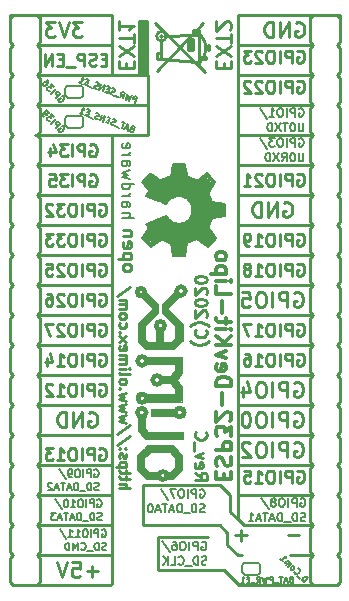
<source format=gbr>
G04 #@! TF.GenerationSoftware,KiCad,Pcbnew,5.1.5-52549c5~84~ubuntu18.04.1*
G04 #@! TF.CreationDate,2020-03-19T16:10:52+02:00*
G04 #@! TF.ProjectId,ESP32-DevKit-Lipo_Rev_C,45535033-322d-4446-9576-4b69742d4c69,C*
G04 #@! TF.SameCoordinates,Original*
G04 #@! TF.FileFunction,Legend,Bot*
G04 #@! TF.FilePolarity,Positive*
%FSLAX46Y46*%
G04 Gerber Fmt 4.6, Leading zero omitted, Abs format (unit mm)*
G04 Created by KiCad (PCBNEW 5.1.5-52549c5~84~ubuntu18.04.1) date 2020-03-19 16:10:52*
%MOMM*%
%LPD*%
G04 APERTURE LIST*
%ADD10C,0.254000*%
%ADD11C,0.222250*%
%ADD12C,0.177800*%
%ADD13C,0.158750*%
%ADD14C,0.139700*%
%ADD15C,0.317500*%
%ADD16C,0.152400*%
%ADD17C,0.150000*%
%ADD18C,0.420000*%
%ADD19C,0.370000*%
%ADD20C,0.400000*%
%ADD21C,0.380000*%
%ADD22C,1.000000*%
%ADD23C,0.127000*%
%ADD24C,0.700000*%
%ADD25C,0.500000*%
%ADD26C,0.100000*%
%ADD27C,0.180000*%
G04 APERTURE END LIST*
D10*
X148209000Y-113157000D02*
X148844000Y-113792000D01*
X148209000Y-111760000D02*
X148209000Y-113157000D01*
X154026809Y-115152714D02*
X153059190Y-115152714D01*
X149581809Y-115152714D02*
X148614190Y-115152714D01*
X149098000Y-115636523D02*
X149098000Y-114668904D01*
X138176000Y-76200000D02*
X138176000Y-71120000D01*
X141224000Y-81280000D02*
X141224000Y-76200000D01*
X148844000Y-116840000D02*
X149225000Y-116840000D01*
X149345618Y-114293618D02*
X148844000Y-113792000D01*
X148844000Y-111760000D02*
X148844000Y-113792000D01*
X147955000Y-114935000D02*
X147955000Y-115951000D01*
X138176000Y-119253000D02*
X138049000Y-119380000D01*
X131826000Y-119380000D02*
X138049000Y-119380000D01*
X131826000Y-71120000D02*
X138176000Y-71120000D01*
X148844000Y-71120000D02*
X155194000Y-71120000D01*
X148971000Y-119380000D02*
X155321000Y-119380000D01*
X142113000Y-115316000D02*
X146304000Y-115316000D01*
X147701000Y-118110000D02*
X148971000Y-119380000D01*
X145209380Y-109861047D02*
X145693190Y-110199714D01*
X145209380Y-110441619D02*
X146225380Y-110441619D01*
X146225380Y-110054571D01*
X146177000Y-109957809D01*
X146128619Y-109909428D01*
X146031857Y-109861047D01*
X145886714Y-109861047D01*
X145789952Y-109909428D01*
X145741571Y-109957809D01*
X145693190Y-110054571D01*
X145693190Y-110441619D01*
X145257761Y-109038571D02*
X145209380Y-109135333D01*
X145209380Y-109328857D01*
X145257761Y-109425619D01*
X145354523Y-109474000D01*
X145741571Y-109474000D01*
X145838333Y-109425619D01*
X145886714Y-109328857D01*
X145886714Y-109135333D01*
X145838333Y-109038571D01*
X145741571Y-108990190D01*
X145644809Y-108990190D01*
X145548047Y-109474000D01*
X145886714Y-108651523D02*
X145209380Y-108409619D01*
X145886714Y-108167714D01*
X145112619Y-108022571D02*
X145112619Y-107248476D01*
X145306142Y-106426000D02*
X145257761Y-106474380D01*
X145209380Y-106619523D01*
X145209380Y-106716285D01*
X145257761Y-106861428D01*
X145354523Y-106958190D01*
X145451285Y-107006571D01*
X145644809Y-107054952D01*
X145789952Y-107054952D01*
X145983476Y-107006571D01*
X146080238Y-106958190D01*
X146177000Y-106861428D01*
X146225380Y-106716285D01*
X146225380Y-106619523D01*
X146177000Y-106474380D01*
X146128619Y-106426000D01*
X144822333Y-98733428D02*
X144870714Y-98781809D01*
X145015857Y-98878571D01*
X145112619Y-98926952D01*
X145257761Y-98975333D01*
X145499666Y-99023714D01*
X145693190Y-99023714D01*
X145935095Y-98975333D01*
X146080238Y-98926952D01*
X146177000Y-98878571D01*
X146322142Y-98781809D01*
X146370523Y-98733428D01*
X145306142Y-97765809D02*
X145257761Y-97814190D01*
X145209380Y-97959333D01*
X145209380Y-98056095D01*
X145257761Y-98201238D01*
X145354523Y-98298000D01*
X145451285Y-98346380D01*
X145644809Y-98394761D01*
X145789952Y-98394761D01*
X145983476Y-98346380D01*
X146080238Y-98298000D01*
X146177000Y-98201238D01*
X146225380Y-98056095D01*
X146225380Y-97959333D01*
X146177000Y-97814190D01*
X146128619Y-97765809D01*
X144822333Y-97427142D02*
X144870714Y-97378761D01*
X145015857Y-97282000D01*
X145112619Y-97233619D01*
X145257761Y-97185238D01*
X145499666Y-97136857D01*
X145693190Y-97136857D01*
X145935095Y-97185238D01*
X146080238Y-97233619D01*
X146177000Y-97282000D01*
X146322142Y-97378761D01*
X146370523Y-97427142D01*
X146128619Y-96701428D02*
X146177000Y-96653047D01*
X146225380Y-96556285D01*
X146225380Y-96314380D01*
X146177000Y-96217619D01*
X146128619Y-96169238D01*
X146031857Y-96120857D01*
X145935095Y-96120857D01*
X145789952Y-96169238D01*
X145209380Y-96749809D01*
X145209380Y-96120857D01*
X146225380Y-95491904D02*
X146225380Y-95395142D01*
X146177000Y-95298380D01*
X146128619Y-95250000D01*
X146031857Y-95201619D01*
X145838333Y-95153238D01*
X145596428Y-95153238D01*
X145402904Y-95201619D01*
X145306142Y-95250000D01*
X145257761Y-95298380D01*
X145209380Y-95395142D01*
X145209380Y-95491904D01*
X145257761Y-95588666D01*
X145306142Y-95637047D01*
X145402904Y-95685428D01*
X145596428Y-95733809D01*
X145838333Y-95733809D01*
X146031857Y-95685428D01*
X146128619Y-95637047D01*
X146177000Y-95588666D01*
X146225380Y-95491904D01*
X146128619Y-94766190D02*
X146177000Y-94717809D01*
X146225380Y-94621047D01*
X146225380Y-94379142D01*
X146177000Y-94282380D01*
X146128619Y-94234000D01*
X146031857Y-94185619D01*
X145935095Y-94185619D01*
X145789952Y-94234000D01*
X145209380Y-94814571D01*
X145209380Y-94185619D01*
X146225380Y-93556666D02*
X146225380Y-93459904D01*
X146177000Y-93363142D01*
X146128619Y-93314761D01*
X146031857Y-93266380D01*
X145838333Y-93218000D01*
X145596428Y-93218000D01*
X145402904Y-93266380D01*
X145306142Y-93314761D01*
X145257761Y-93363142D01*
X145209380Y-93459904D01*
X145209380Y-93556666D01*
X145257761Y-93653428D01*
X145306142Y-93701809D01*
X145402904Y-93750190D01*
X145596428Y-93798571D01*
X145838333Y-93798571D01*
X146031857Y-93750190D01*
X146128619Y-93701809D01*
X146177000Y-93653428D01*
X146225380Y-93556666D01*
D11*
X138789833Y-111188500D02*
X139678833Y-111188500D01*
X138789833Y-110807500D02*
X139255500Y-110807500D01*
X139340166Y-110849833D01*
X139382500Y-110934500D01*
X139382500Y-111061500D01*
X139340166Y-111146166D01*
X139297833Y-111188500D01*
X139382500Y-110511166D02*
X139382500Y-110172500D01*
X139678833Y-110384166D02*
X138916833Y-110384166D01*
X138832166Y-110341833D01*
X138789833Y-110257166D01*
X138789833Y-110172500D01*
X139382500Y-110003166D02*
X139382500Y-109664500D01*
X139678833Y-109876166D02*
X138916833Y-109876166D01*
X138832166Y-109833833D01*
X138789833Y-109749166D01*
X138789833Y-109664500D01*
X139382500Y-109368166D02*
X138493500Y-109368166D01*
X139340166Y-109368166D02*
X139382500Y-109283500D01*
X139382500Y-109114166D01*
X139340166Y-109029500D01*
X139297833Y-108987166D01*
X139213166Y-108944833D01*
X138959166Y-108944833D01*
X138874500Y-108987166D01*
X138832166Y-109029500D01*
X138789833Y-109114166D01*
X138789833Y-109283500D01*
X138832166Y-109368166D01*
X138832166Y-108606166D02*
X138789833Y-108521500D01*
X138789833Y-108352166D01*
X138832166Y-108267500D01*
X138916833Y-108225166D01*
X138959166Y-108225166D01*
X139043833Y-108267500D01*
X139086166Y-108352166D01*
X139086166Y-108479166D01*
X139128500Y-108563833D01*
X139213166Y-108606166D01*
X139255500Y-108606166D01*
X139340166Y-108563833D01*
X139382500Y-108479166D01*
X139382500Y-108352166D01*
X139340166Y-108267500D01*
X138874500Y-107844166D02*
X138832166Y-107801833D01*
X138789833Y-107844166D01*
X138832166Y-107886500D01*
X138874500Y-107844166D01*
X138789833Y-107844166D01*
X139340166Y-107844166D02*
X139297833Y-107801833D01*
X139255500Y-107844166D01*
X139297833Y-107886500D01*
X139340166Y-107844166D01*
X139255500Y-107844166D01*
X139721166Y-106785833D02*
X138578166Y-107547833D01*
X139721166Y-105854500D02*
X138578166Y-106616500D01*
X139382500Y-105642833D02*
X138789833Y-105473500D01*
X139213166Y-105304166D01*
X138789833Y-105134833D01*
X139382500Y-104965500D01*
X139382500Y-104711500D02*
X138789833Y-104542166D01*
X139213166Y-104372833D01*
X138789833Y-104203500D01*
X139382500Y-104034166D01*
X139382500Y-103780166D02*
X138789833Y-103610833D01*
X139213166Y-103441500D01*
X138789833Y-103272166D01*
X139382500Y-103102833D01*
X138874500Y-102764166D02*
X138832166Y-102721833D01*
X138789833Y-102764166D01*
X138832166Y-102806500D01*
X138874500Y-102764166D01*
X138789833Y-102764166D01*
X138789833Y-102213833D02*
X138832166Y-102298500D01*
X138874500Y-102340833D01*
X138959166Y-102383166D01*
X139213166Y-102383166D01*
X139297833Y-102340833D01*
X139340166Y-102298500D01*
X139382500Y-102213833D01*
X139382500Y-102086833D01*
X139340166Y-102002166D01*
X139297833Y-101959833D01*
X139213166Y-101917500D01*
X138959166Y-101917500D01*
X138874500Y-101959833D01*
X138832166Y-102002166D01*
X138789833Y-102086833D01*
X138789833Y-102213833D01*
X138789833Y-101409500D02*
X138832166Y-101494166D01*
X138916833Y-101536500D01*
X139678833Y-101536500D01*
X138789833Y-101070833D02*
X139382500Y-101070833D01*
X139678833Y-101070833D02*
X139636500Y-101113166D01*
X139594166Y-101070833D01*
X139636500Y-101028500D01*
X139678833Y-101070833D01*
X139594166Y-101070833D01*
X138789833Y-100647500D02*
X139382500Y-100647500D01*
X139297833Y-100647500D02*
X139340166Y-100605166D01*
X139382500Y-100520500D01*
X139382500Y-100393500D01*
X139340166Y-100308833D01*
X139255500Y-100266500D01*
X138789833Y-100266500D01*
X139255500Y-100266500D02*
X139340166Y-100224166D01*
X139382500Y-100139500D01*
X139382500Y-100012500D01*
X139340166Y-99927833D01*
X139255500Y-99885500D01*
X138789833Y-99885500D01*
X138832166Y-99123500D02*
X138789833Y-99208166D01*
X138789833Y-99377500D01*
X138832166Y-99462166D01*
X138916833Y-99504500D01*
X139255500Y-99504500D01*
X139340166Y-99462166D01*
X139382500Y-99377500D01*
X139382500Y-99208166D01*
X139340166Y-99123500D01*
X139255500Y-99081166D01*
X139170833Y-99081166D01*
X139086166Y-99504500D01*
X138789833Y-98784833D02*
X139382500Y-98319166D01*
X139382500Y-98784833D02*
X138789833Y-98319166D01*
X138874500Y-97980500D02*
X138832166Y-97938166D01*
X138789833Y-97980500D01*
X138832166Y-98022833D01*
X138874500Y-97980500D01*
X138789833Y-97980500D01*
X138832166Y-97176166D02*
X138789833Y-97260833D01*
X138789833Y-97430166D01*
X138832166Y-97514833D01*
X138874500Y-97557166D01*
X138959166Y-97599499D01*
X139213166Y-97599499D01*
X139297833Y-97557166D01*
X139340166Y-97514833D01*
X139382500Y-97430166D01*
X139382500Y-97260833D01*
X139340166Y-97176166D01*
X138789833Y-96668166D02*
X138832166Y-96752833D01*
X138874500Y-96795166D01*
X138959166Y-96837499D01*
X139213166Y-96837499D01*
X139297833Y-96795166D01*
X139340166Y-96752833D01*
X139382500Y-96668166D01*
X139382500Y-96541166D01*
X139340166Y-96456499D01*
X139297833Y-96414166D01*
X139213166Y-96371833D01*
X138959166Y-96371833D01*
X138874500Y-96414166D01*
X138832166Y-96456499D01*
X138789833Y-96541166D01*
X138789833Y-96668166D01*
X138789833Y-95990833D02*
X139382500Y-95990833D01*
X139297833Y-95990833D02*
X139340166Y-95948499D01*
X139382500Y-95863833D01*
X139382500Y-95736833D01*
X139340166Y-95652166D01*
X139255500Y-95609833D01*
X138789833Y-95609833D01*
X139255500Y-95609833D02*
X139340166Y-95567499D01*
X139382500Y-95482833D01*
X139382500Y-95355833D01*
X139340166Y-95271166D01*
X139255500Y-95228833D01*
X138789833Y-95228833D01*
X139721166Y-94170499D02*
X138578166Y-94932499D01*
D10*
X140843000Y-114300000D02*
X147326382Y-114300000D01*
X140843000Y-110871000D02*
X140843000Y-114300000D01*
X147320000Y-110871000D02*
X140843000Y-110871000D01*
X148209000Y-111760000D02*
X147320000Y-110871000D01*
X147955000Y-114935000D02*
X147326382Y-114306382D01*
D12*
X154155563Y-112052100D02*
X154223296Y-112018233D01*
X154324896Y-112018233D01*
X154426496Y-112052100D01*
X154494230Y-112119833D01*
X154528096Y-112187566D01*
X154561963Y-112323033D01*
X154561963Y-112424633D01*
X154528096Y-112560100D01*
X154494230Y-112627833D01*
X154426496Y-112695566D01*
X154324896Y-112729433D01*
X154257163Y-112729433D01*
X154155563Y-112695566D01*
X154121696Y-112661700D01*
X154121696Y-112424633D01*
X154257163Y-112424633D01*
X153816896Y-112729433D02*
X153816896Y-112018233D01*
X153545963Y-112018233D01*
X153478230Y-112052100D01*
X153444363Y-112085966D01*
X153410496Y-112153700D01*
X153410496Y-112255300D01*
X153444363Y-112323033D01*
X153478230Y-112356900D01*
X153545963Y-112390766D01*
X153816896Y-112390766D01*
X153105696Y-112729433D02*
X153105696Y-112018233D01*
X152631563Y-112018233D02*
X152496096Y-112018233D01*
X152428363Y-112052100D01*
X152360630Y-112119833D01*
X152326763Y-112255300D01*
X152326763Y-112492366D01*
X152360630Y-112627833D01*
X152428363Y-112695566D01*
X152496096Y-112729433D01*
X152631563Y-112729433D01*
X152699296Y-112695566D01*
X152767030Y-112627833D01*
X152800896Y-112492366D01*
X152800896Y-112255300D01*
X152767030Y-112119833D01*
X152699296Y-112052100D01*
X152631563Y-112018233D01*
X151920363Y-112323033D02*
X151988096Y-112289166D01*
X152021963Y-112255300D01*
X152055830Y-112187566D01*
X152055830Y-112153700D01*
X152021963Y-112085966D01*
X151988096Y-112052100D01*
X151920363Y-112018233D01*
X151784896Y-112018233D01*
X151717163Y-112052100D01*
X151683296Y-112085966D01*
X151649430Y-112153700D01*
X151649430Y-112187566D01*
X151683296Y-112255300D01*
X151717163Y-112289166D01*
X151784896Y-112323033D01*
X151920363Y-112323033D01*
X151988096Y-112356900D01*
X152021963Y-112390766D01*
X152055830Y-112458500D01*
X152055830Y-112593966D01*
X152021963Y-112661700D01*
X151988096Y-112695566D01*
X151920363Y-112729433D01*
X151784896Y-112729433D01*
X151717163Y-112695566D01*
X151683296Y-112661700D01*
X151649430Y-112593966D01*
X151649430Y-112458500D01*
X151683296Y-112390766D01*
X151717163Y-112356900D01*
X151784896Y-112323033D01*
X150836630Y-111984366D02*
X151446230Y-112898766D01*
X154561963Y-113940166D02*
X154460363Y-113974033D01*
X154291030Y-113974033D01*
X154223296Y-113940166D01*
X154189430Y-113906300D01*
X154155563Y-113838566D01*
X154155563Y-113770833D01*
X154189430Y-113703100D01*
X154223296Y-113669233D01*
X154291030Y-113635366D01*
X154426496Y-113601500D01*
X154494230Y-113567633D01*
X154528096Y-113533766D01*
X154561963Y-113466033D01*
X154561963Y-113398300D01*
X154528096Y-113330566D01*
X154494230Y-113296700D01*
X154426496Y-113262833D01*
X154257163Y-113262833D01*
X154155563Y-113296700D01*
X153850763Y-113974033D02*
X153850763Y-113262833D01*
X153681430Y-113262833D01*
X153579830Y-113296700D01*
X153512096Y-113364433D01*
X153478230Y-113432166D01*
X153444363Y-113567633D01*
X153444363Y-113669233D01*
X153478230Y-113804700D01*
X153512096Y-113872433D01*
X153579830Y-113940166D01*
X153681430Y-113974033D01*
X153850763Y-113974033D01*
X153308896Y-114041766D02*
X152767030Y-114041766D01*
X152597696Y-113974033D02*
X152597696Y-113262833D01*
X152428363Y-113262833D01*
X152326763Y-113296700D01*
X152259030Y-113364433D01*
X152225163Y-113432166D01*
X152191296Y-113567633D01*
X152191296Y-113669233D01*
X152225163Y-113804700D01*
X152259030Y-113872433D01*
X152326763Y-113940166D01*
X152428363Y-113974033D01*
X152597696Y-113974033D01*
X151920363Y-113770833D02*
X151581696Y-113770833D01*
X151988096Y-113974033D02*
X151751030Y-113262833D01*
X151513963Y-113974033D01*
X151378496Y-113262833D02*
X150972096Y-113262833D01*
X151175296Y-113974033D02*
X151175296Y-113262833D01*
X150768896Y-113770833D02*
X150430230Y-113770833D01*
X150836630Y-113974033D02*
X150599563Y-113262833D01*
X150362496Y-113974033D01*
X149752896Y-113974033D02*
X150159296Y-113974033D01*
X149956096Y-113974033D02*
X149956096Y-113262833D01*
X150023830Y-113364433D01*
X150091563Y-113432166D01*
X150159296Y-113466033D01*
D10*
X142113000Y-115316000D02*
X142113000Y-118110000D01*
X147701000Y-118110000D02*
X142113000Y-118110000D01*
X148844000Y-116840000D02*
X147955000Y-115951000D01*
D12*
X145773563Y-115735100D02*
X145841296Y-115701233D01*
X145942896Y-115701233D01*
X146044496Y-115735100D01*
X146112230Y-115802833D01*
X146146096Y-115870566D01*
X146179963Y-116006033D01*
X146179963Y-116107633D01*
X146146096Y-116243100D01*
X146112230Y-116310833D01*
X146044496Y-116378566D01*
X145942896Y-116412433D01*
X145875163Y-116412433D01*
X145773563Y-116378566D01*
X145739696Y-116344700D01*
X145739696Y-116107633D01*
X145875163Y-116107633D01*
X145434896Y-116412433D02*
X145434896Y-115701233D01*
X145163963Y-115701233D01*
X145096230Y-115735100D01*
X145062363Y-115768966D01*
X145028496Y-115836700D01*
X145028496Y-115938300D01*
X145062363Y-116006033D01*
X145096230Y-116039900D01*
X145163963Y-116073766D01*
X145434896Y-116073766D01*
X144723696Y-116412433D02*
X144723696Y-115701233D01*
X144249563Y-115701233D02*
X144114096Y-115701233D01*
X144046363Y-115735100D01*
X143978630Y-115802833D01*
X143944763Y-115938300D01*
X143944763Y-116175366D01*
X143978630Y-116310833D01*
X144046363Y-116378566D01*
X144114096Y-116412433D01*
X144249563Y-116412433D01*
X144317296Y-116378566D01*
X144385030Y-116310833D01*
X144418896Y-116175366D01*
X144418896Y-115938300D01*
X144385030Y-115802833D01*
X144317296Y-115735100D01*
X144249563Y-115701233D01*
X143335163Y-115701233D02*
X143470630Y-115701233D01*
X143538363Y-115735100D01*
X143572230Y-115768966D01*
X143639963Y-115870566D01*
X143673830Y-116006033D01*
X143673830Y-116276966D01*
X143639963Y-116344700D01*
X143606096Y-116378566D01*
X143538363Y-116412433D01*
X143402896Y-116412433D01*
X143335163Y-116378566D01*
X143301296Y-116344700D01*
X143267430Y-116276966D01*
X143267430Y-116107633D01*
X143301296Y-116039900D01*
X143335163Y-116006033D01*
X143402896Y-115972166D01*
X143538363Y-115972166D01*
X143606096Y-116006033D01*
X143639963Y-116039900D01*
X143673830Y-116107633D01*
X142454630Y-115667366D02*
X143064230Y-116581766D01*
X146179963Y-117623166D02*
X146078363Y-117657033D01*
X145909030Y-117657033D01*
X145841296Y-117623166D01*
X145807430Y-117589300D01*
X145773563Y-117521566D01*
X145773563Y-117453833D01*
X145807430Y-117386100D01*
X145841296Y-117352233D01*
X145909030Y-117318366D01*
X146044496Y-117284500D01*
X146112230Y-117250633D01*
X146146096Y-117216766D01*
X146179963Y-117149033D01*
X146179963Y-117081300D01*
X146146096Y-117013566D01*
X146112230Y-116979700D01*
X146044496Y-116945833D01*
X145875163Y-116945833D01*
X145773563Y-116979700D01*
X145468763Y-117657033D02*
X145468763Y-116945833D01*
X145299430Y-116945833D01*
X145197830Y-116979700D01*
X145130096Y-117047433D01*
X145096230Y-117115166D01*
X145062363Y-117250633D01*
X145062363Y-117352233D01*
X145096230Y-117487700D01*
X145130096Y-117555433D01*
X145197830Y-117623166D01*
X145299430Y-117657033D01*
X145468763Y-117657033D01*
X144926896Y-117724766D02*
X144385030Y-117724766D01*
X143809296Y-117589300D02*
X143843163Y-117623166D01*
X143944763Y-117657033D01*
X144012496Y-117657033D01*
X144114096Y-117623166D01*
X144181830Y-117555433D01*
X144215696Y-117487700D01*
X144249563Y-117352233D01*
X144249563Y-117250633D01*
X144215696Y-117115166D01*
X144181830Y-117047433D01*
X144114096Y-116979700D01*
X144012496Y-116945833D01*
X143944763Y-116945833D01*
X143843163Y-116979700D01*
X143809296Y-117013566D01*
X143165830Y-117657033D02*
X143504496Y-117657033D01*
X143504496Y-116945833D01*
X142928763Y-117657033D02*
X142928763Y-116945833D01*
X142522363Y-117657033D02*
X142827163Y-117250633D01*
X142522363Y-116945833D02*
X142928763Y-117352233D01*
X145646563Y-111290100D02*
X145714296Y-111256233D01*
X145815896Y-111256233D01*
X145917496Y-111290100D01*
X145985230Y-111357833D01*
X146019096Y-111425566D01*
X146052963Y-111561033D01*
X146052963Y-111662633D01*
X146019096Y-111798100D01*
X145985230Y-111865833D01*
X145917496Y-111933566D01*
X145815896Y-111967433D01*
X145748163Y-111967433D01*
X145646563Y-111933566D01*
X145612696Y-111899700D01*
X145612696Y-111662633D01*
X145748163Y-111662633D01*
X145307896Y-111967433D02*
X145307896Y-111256233D01*
X145036963Y-111256233D01*
X144969230Y-111290100D01*
X144935363Y-111323966D01*
X144901496Y-111391700D01*
X144901496Y-111493300D01*
X144935363Y-111561033D01*
X144969230Y-111594900D01*
X145036963Y-111628766D01*
X145307896Y-111628766D01*
X144596696Y-111967433D02*
X144596696Y-111256233D01*
X144122563Y-111256233D02*
X143987096Y-111256233D01*
X143919363Y-111290100D01*
X143851630Y-111357833D01*
X143817763Y-111493300D01*
X143817763Y-111730366D01*
X143851630Y-111865833D01*
X143919363Y-111933566D01*
X143987096Y-111967433D01*
X144122563Y-111967433D01*
X144190296Y-111933566D01*
X144258030Y-111865833D01*
X144291896Y-111730366D01*
X144291896Y-111493300D01*
X144258030Y-111357833D01*
X144190296Y-111290100D01*
X144122563Y-111256233D01*
X143580696Y-111256233D02*
X143106563Y-111256233D01*
X143411363Y-111967433D01*
X142327630Y-111222366D02*
X142937230Y-112136766D01*
X146052963Y-113178166D02*
X145951363Y-113212033D01*
X145782030Y-113212033D01*
X145714296Y-113178166D01*
X145680430Y-113144300D01*
X145646563Y-113076566D01*
X145646563Y-113008833D01*
X145680430Y-112941100D01*
X145714296Y-112907233D01*
X145782030Y-112873366D01*
X145917496Y-112839500D01*
X145985230Y-112805633D01*
X146019096Y-112771766D01*
X146052963Y-112704033D01*
X146052963Y-112636300D01*
X146019096Y-112568566D01*
X145985230Y-112534700D01*
X145917496Y-112500833D01*
X145748163Y-112500833D01*
X145646563Y-112534700D01*
X145341763Y-113212033D02*
X145341763Y-112500833D01*
X145172430Y-112500833D01*
X145070830Y-112534700D01*
X145003096Y-112602433D01*
X144969230Y-112670166D01*
X144935363Y-112805633D01*
X144935363Y-112907233D01*
X144969230Y-113042700D01*
X145003096Y-113110433D01*
X145070830Y-113178166D01*
X145172430Y-113212033D01*
X145341763Y-113212033D01*
X144799896Y-113279766D02*
X144258030Y-113279766D01*
X144088696Y-113212033D02*
X144088696Y-112500833D01*
X143919363Y-112500833D01*
X143817763Y-112534700D01*
X143750030Y-112602433D01*
X143716163Y-112670166D01*
X143682296Y-112805633D01*
X143682296Y-112907233D01*
X143716163Y-113042700D01*
X143750030Y-113110433D01*
X143817763Y-113178166D01*
X143919363Y-113212033D01*
X144088696Y-113212033D01*
X143411363Y-113008833D02*
X143072696Y-113008833D01*
X143479096Y-113212033D02*
X143242030Y-112500833D01*
X143004963Y-113212033D01*
X142869496Y-112500833D02*
X142463096Y-112500833D01*
X142666296Y-113212033D02*
X142666296Y-112500833D01*
X142259896Y-113008833D02*
X141921230Y-113008833D01*
X142327630Y-113212033D02*
X142090563Y-112500833D01*
X141853496Y-113212033D01*
X141480963Y-112500833D02*
X141413230Y-112500833D01*
X141345496Y-112534700D01*
X141311630Y-112568566D01*
X141277763Y-112636300D01*
X141243896Y-112771766D01*
X141243896Y-112941100D01*
X141277763Y-113076566D01*
X141311630Y-113144300D01*
X141345496Y-113178166D01*
X141413230Y-113212033D01*
X141480963Y-113212033D01*
X141548696Y-113178166D01*
X141582563Y-113144300D01*
X141616430Y-113076566D01*
X141650296Y-112941100D01*
X141650296Y-112771766D01*
X141616430Y-112636300D01*
X141582563Y-112568566D01*
X141548696Y-112534700D01*
X141480963Y-112500833D01*
D10*
X153875619Y-109728000D02*
X153972380Y-109679619D01*
X154117523Y-109679619D01*
X154262666Y-109728000D01*
X154359428Y-109824761D01*
X154407809Y-109921523D01*
X154456190Y-110115047D01*
X154456190Y-110260190D01*
X154407809Y-110453714D01*
X154359428Y-110550476D01*
X154262666Y-110647238D01*
X154117523Y-110695619D01*
X154020761Y-110695619D01*
X153875619Y-110647238D01*
X153827238Y-110598857D01*
X153827238Y-110260190D01*
X154020761Y-110260190D01*
X153391809Y-110695619D02*
X153391809Y-109679619D01*
X153004761Y-109679619D01*
X152908000Y-109728000D01*
X152859619Y-109776380D01*
X152811238Y-109873142D01*
X152811238Y-110018285D01*
X152859619Y-110115047D01*
X152908000Y-110163428D01*
X153004761Y-110211809D01*
X153391809Y-110211809D01*
X152375809Y-110695619D02*
X152375809Y-109679619D01*
X151698476Y-109679619D02*
X151504952Y-109679619D01*
X151408190Y-109728000D01*
X151311428Y-109824761D01*
X151263047Y-110018285D01*
X151263047Y-110356952D01*
X151311428Y-110550476D01*
X151408190Y-110647238D01*
X151504952Y-110695619D01*
X151698476Y-110695619D01*
X151795238Y-110647238D01*
X151892000Y-110550476D01*
X151940380Y-110356952D01*
X151940380Y-110018285D01*
X151892000Y-109824761D01*
X151795238Y-109728000D01*
X151698476Y-109679619D01*
X150295428Y-110695619D02*
X150876000Y-110695619D01*
X150585714Y-110695619D02*
X150585714Y-109679619D01*
X150682476Y-109824761D01*
X150779238Y-109921523D01*
X150876000Y-109969904D01*
X149376190Y-109679619D02*
X149860000Y-109679619D01*
X149908380Y-110163428D01*
X149860000Y-110115047D01*
X149763238Y-110066666D01*
X149521333Y-110066666D01*
X149424571Y-110115047D01*
X149376190Y-110163428D01*
X149327809Y-110260190D01*
X149327809Y-110502095D01*
X149376190Y-110598857D01*
X149424571Y-110647238D01*
X149521333Y-110695619D01*
X149763238Y-110695619D01*
X149860000Y-110647238D01*
X149908380Y-110598857D01*
X153639761Y-107315000D02*
X153760714Y-107254523D01*
X153942142Y-107254523D01*
X154123571Y-107315000D01*
X154244523Y-107435952D01*
X154305000Y-107556904D01*
X154365476Y-107798809D01*
X154365476Y-107980238D01*
X154305000Y-108222142D01*
X154244523Y-108343095D01*
X154123571Y-108464047D01*
X153942142Y-108524523D01*
X153821190Y-108524523D01*
X153639761Y-108464047D01*
X153579285Y-108403571D01*
X153579285Y-107980238D01*
X153821190Y-107980238D01*
X153035000Y-108524523D02*
X153035000Y-107254523D01*
X152551190Y-107254523D01*
X152430238Y-107315000D01*
X152369761Y-107375476D01*
X152309285Y-107496428D01*
X152309285Y-107677857D01*
X152369761Y-107798809D01*
X152430238Y-107859285D01*
X152551190Y-107919761D01*
X153035000Y-107919761D01*
X151765000Y-108524523D02*
X151765000Y-107254523D01*
X150918333Y-107254523D02*
X150676428Y-107254523D01*
X150555476Y-107315000D01*
X150434523Y-107435952D01*
X150374047Y-107677857D01*
X150374047Y-108101190D01*
X150434523Y-108343095D01*
X150555476Y-108464047D01*
X150676428Y-108524523D01*
X150918333Y-108524523D01*
X151039285Y-108464047D01*
X151160238Y-108343095D01*
X151220714Y-108101190D01*
X151220714Y-107677857D01*
X151160238Y-107435952D01*
X151039285Y-107315000D01*
X150918333Y-107254523D01*
X149890238Y-107375476D02*
X149829761Y-107315000D01*
X149708809Y-107254523D01*
X149406428Y-107254523D01*
X149285476Y-107315000D01*
X149225000Y-107375476D01*
X149164523Y-107496428D01*
X149164523Y-107617380D01*
X149225000Y-107798809D01*
X149950714Y-108524523D01*
X149164523Y-108524523D01*
X153639761Y-104775000D02*
X153760714Y-104714523D01*
X153942142Y-104714523D01*
X154123571Y-104775000D01*
X154244523Y-104895952D01*
X154305000Y-105016904D01*
X154365476Y-105258809D01*
X154365476Y-105440238D01*
X154305000Y-105682142D01*
X154244523Y-105803095D01*
X154123571Y-105924047D01*
X153942142Y-105984523D01*
X153821190Y-105984523D01*
X153639761Y-105924047D01*
X153579285Y-105863571D01*
X153579285Y-105440238D01*
X153821190Y-105440238D01*
X153035000Y-105984523D02*
X153035000Y-104714523D01*
X152551190Y-104714523D01*
X152430238Y-104775000D01*
X152369761Y-104835476D01*
X152309285Y-104956428D01*
X152309285Y-105137857D01*
X152369761Y-105258809D01*
X152430238Y-105319285D01*
X152551190Y-105379761D01*
X153035000Y-105379761D01*
X151765000Y-105984523D02*
X151765000Y-104714523D01*
X150918333Y-104714523D02*
X150676428Y-104714523D01*
X150555476Y-104775000D01*
X150434523Y-104895952D01*
X150374047Y-105137857D01*
X150374047Y-105561190D01*
X150434523Y-105803095D01*
X150555476Y-105924047D01*
X150676428Y-105984523D01*
X150918333Y-105984523D01*
X151039285Y-105924047D01*
X151160238Y-105803095D01*
X151220714Y-105561190D01*
X151220714Y-105137857D01*
X151160238Y-104895952D01*
X151039285Y-104775000D01*
X150918333Y-104714523D01*
X149587857Y-104714523D02*
X149466904Y-104714523D01*
X149345952Y-104775000D01*
X149285476Y-104835476D01*
X149225000Y-104956428D01*
X149164523Y-105198333D01*
X149164523Y-105500714D01*
X149225000Y-105742619D01*
X149285476Y-105863571D01*
X149345952Y-105924047D01*
X149466904Y-105984523D01*
X149587857Y-105984523D01*
X149708809Y-105924047D01*
X149769285Y-105863571D01*
X149829761Y-105742619D01*
X149890238Y-105500714D01*
X149890238Y-105198333D01*
X149829761Y-104956428D01*
X149769285Y-104835476D01*
X149708809Y-104775000D01*
X149587857Y-104714523D01*
X153639761Y-102235000D02*
X153760714Y-102174523D01*
X153942142Y-102174523D01*
X154123571Y-102235000D01*
X154244523Y-102355952D01*
X154305000Y-102476904D01*
X154365476Y-102718809D01*
X154365476Y-102900238D01*
X154305000Y-103142142D01*
X154244523Y-103263095D01*
X154123571Y-103384047D01*
X153942142Y-103444523D01*
X153821190Y-103444523D01*
X153639761Y-103384047D01*
X153579285Y-103323571D01*
X153579285Y-102900238D01*
X153821190Y-102900238D01*
X153035000Y-103444523D02*
X153035000Y-102174523D01*
X152551190Y-102174523D01*
X152430238Y-102235000D01*
X152369761Y-102295476D01*
X152309285Y-102416428D01*
X152309285Y-102597857D01*
X152369761Y-102718809D01*
X152430238Y-102779285D01*
X152551190Y-102839761D01*
X153035000Y-102839761D01*
X151765000Y-103444523D02*
X151765000Y-102174523D01*
X150918333Y-102174523D02*
X150676428Y-102174523D01*
X150555476Y-102235000D01*
X150434523Y-102355952D01*
X150374047Y-102597857D01*
X150374047Y-103021190D01*
X150434523Y-103263095D01*
X150555476Y-103384047D01*
X150676428Y-103444523D01*
X150918333Y-103444523D01*
X151039285Y-103384047D01*
X151160238Y-103263095D01*
X151220714Y-103021190D01*
X151220714Y-102597857D01*
X151160238Y-102355952D01*
X151039285Y-102235000D01*
X150918333Y-102174523D01*
X149285476Y-102597857D02*
X149285476Y-103444523D01*
X149587857Y-102114047D02*
X149890238Y-103021190D01*
X149104047Y-103021190D01*
X153875619Y-99822000D02*
X153972380Y-99773619D01*
X154117523Y-99773619D01*
X154262666Y-99822000D01*
X154359428Y-99918761D01*
X154407809Y-100015523D01*
X154456190Y-100209047D01*
X154456190Y-100354190D01*
X154407809Y-100547714D01*
X154359428Y-100644476D01*
X154262666Y-100741238D01*
X154117523Y-100789619D01*
X154020761Y-100789619D01*
X153875619Y-100741238D01*
X153827238Y-100692857D01*
X153827238Y-100354190D01*
X154020761Y-100354190D01*
X153391809Y-100789619D02*
X153391809Y-99773619D01*
X153004761Y-99773619D01*
X152908000Y-99822000D01*
X152859619Y-99870380D01*
X152811238Y-99967142D01*
X152811238Y-100112285D01*
X152859619Y-100209047D01*
X152908000Y-100257428D01*
X153004761Y-100305809D01*
X153391809Y-100305809D01*
X152375809Y-100789619D02*
X152375809Y-99773619D01*
X151698476Y-99773619D02*
X151504952Y-99773619D01*
X151408190Y-99822000D01*
X151311428Y-99918761D01*
X151263047Y-100112285D01*
X151263047Y-100450952D01*
X151311428Y-100644476D01*
X151408190Y-100741238D01*
X151504952Y-100789619D01*
X151698476Y-100789619D01*
X151795238Y-100741238D01*
X151892000Y-100644476D01*
X151940380Y-100450952D01*
X151940380Y-100112285D01*
X151892000Y-99918761D01*
X151795238Y-99822000D01*
X151698476Y-99773619D01*
X150295428Y-100789619D02*
X150876000Y-100789619D01*
X150585714Y-100789619D02*
X150585714Y-99773619D01*
X150682476Y-99918761D01*
X150779238Y-100015523D01*
X150876000Y-100063904D01*
X149424571Y-99773619D02*
X149618095Y-99773619D01*
X149714857Y-99822000D01*
X149763238Y-99870380D01*
X149860000Y-100015523D01*
X149908380Y-100209047D01*
X149908380Y-100596095D01*
X149860000Y-100692857D01*
X149811619Y-100741238D01*
X149714857Y-100789619D01*
X149521333Y-100789619D01*
X149424571Y-100741238D01*
X149376190Y-100692857D01*
X149327809Y-100596095D01*
X149327809Y-100354190D01*
X149376190Y-100257428D01*
X149424571Y-100209047D01*
X149521333Y-100160666D01*
X149714857Y-100160666D01*
X149811619Y-100209047D01*
X149860000Y-100257428D01*
X149908380Y-100354190D01*
X153875619Y-97282000D02*
X153972380Y-97233619D01*
X154117523Y-97233619D01*
X154262666Y-97282000D01*
X154359428Y-97378761D01*
X154407809Y-97475523D01*
X154456190Y-97669047D01*
X154456190Y-97814190D01*
X154407809Y-98007714D01*
X154359428Y-98104476D01*
X154262666Y-98201238D01*
X154117523Y-98249619D01*
X154020761Y-98249619D01*
X153875619Y-98201238D01*
X153827238Y-98152857D01*
X153827238Y-97814190D01*
X154020761Y-97814190D01*
X153391809Y-98249619D02*
X153391809Y-97233619D01*
X153004761Y-97233619D01*
X152908000Y-97282000D01*
X152859619Y-97330380D01*
X152811238Y-97427142D01*
X152811238Y-97572285D01*
X152859619Y-97669047D01*
X152908000Y-97717428D01*
X153004761Y-97765809D01*
X153391809Y-97765809D01*
X152375809Y-98249619D02*
X152375809Y-97233619D01*
X151698476Y-97233619D02*
X151504952Y-97233619D01*
X151408190Y-97282000D01*
X151311428Y-97378761D01*
X151263047Y-97572285D01*
X151263047Y-97910952D01*
X151311428Y-98104476D01*
X151408190Y-98201238D01*
X151504952Y-98249619D01*
X151698476Y-98249619D01*
X151795238Y-98201238D01*
X151892000Y-98104476D01*
X151940380Y-97910952D01*
X151940380Y-97572285D01*
X151892000Y-97378761D01*
X151795238Y-97282000D01*
X151698476Y-97233619D01*
X150295428Y-98249619D02*
X150876000Y-98249619D01*
X150585714Y-98249619D02*
X150585714Y-97233619D01*
X150682476Y-97378761D01*
X150779238Y-97475523D01*
X150876000Y-97523904D01*
X149956761Y-97233619D02*
X149279428Y-97233619D01*
X149714857Y-98249619D01*
X153639761Y-94615000D02*
X153760714Y-94554523D01*
X153942142Y-94554523D01*
X154123571Y-94615000D01*
X154244523Y-94735952D01*
X154305000Y-94856904D01*
X154365476Y-95098809D01*
X154365476Y-95280238D01*
X154305000Y-95522142D01*
X154244523Y-95643095D01*
X154123571Y-95764047D01*
X153942142Y-95824523D01*
X153821190Y-95824523D01*
X153639761Y-95764047D01*
X153579285Y-95703571D01*
X153579285Y-95280238D01*
X153821190Y-95280238D01*
X153035000Y-95824523D02*
X153035000Y-94554523D01*
X152551190Y-94554523D01*
X152430238Y-94615000D01*
X152369761Y-94675476D01*
X152309285Y-94796428D01*
X152309285Y-94977857D01*
X152369761Y-95098809D01*
X152430238Y-95159285D01*
X152551190Y-95219761D01*
X153035000Y-95219761D01*
X151765000Y-95824523D02*
X151765000Y-94554523D01*
X150918333Y-94554523D02*
X150676428Y-94554523D01*
X150555476Y-94615000D01*
X150434523Y-94735952D01*
X150374047Y-94977857D01*
X150374047Y-95401190D01*
X150434523Y-95643095D01*
X150555476Y-95764047D01*
X150676428Y-95824523D01*
X150918333Y-95824523D01*
X151039285Y-95764047D01*
X151160238Y-95643095D01*
X151220714Y-95401190D01*
X151220714Y-94977857D01*
X151160238Y-94735952D01*
X151039285Y-94615000D01*
X150918333Y-94554523D01*
X149225000Y-94554523D02*
X149829761Y-94554523D01*
X149890238Y-95159285D01*
X149829761Y-95098809D01*
X149708809Y-95038333D01*
X149406428Y-95038333D01*
X149285476Y-95098809D01*
X149225000Y-95159285D01*
X149164523Y-95280238D01*
X149164523Y-95582619D01*
X149225000Y-95703571D01*
X149285476Y-95764047D01*
X149406428Y-95824523D01*
X149708809Y-95824523D01*
X149829761Y-95764047D01*
X149890238Y-95703571D01*
X153875619Y-92202000D02*
X153972380Y-92153619D01*
X154117523Y-92153619D01*
X154262666Y-92202000D01*
X154359428Y-92298761D01*
X154407809Y-92395523D01*
X154456190Y-92589047D01*
X154456190Y-92734190D01*
X154407809Y-92927714D01*
X154359428Y-93024476D01*
X154262666Y-93121238D01*
X154117523Y-93169619D01*
X154020761Y-93169619D01*
X153875619Y-93121238D01*
X153827238Y-93072857D01*
X153827238Y-92734190D01*
X154020761Y-92734190D01*
X153391809Y-93169619D02*
X153391809Y-92153619D01*
X153004761Y-92153619D01*
X152908000Y-92202000D01*
X152859619Y-92250380D01*
X152811238Y-92347142D01*
X152811238Y-92492285D01*
X152859619Y-92589047D01*
X152908000Y-92637428D01*
X153004761Y-92685809D01*
X153391809Y-92685809D01*
X152375809Y-93169619D02*
X152375809Y-92153619D01*
X151698476Y-92153619D02*
X151504952Y-92153619D01*
X151408190Y-92202000D01*
X151311428Y-92298761D01*
X151263047Y-92492285D01*
X151263047Y-92830952D01*
X151311428Y-93024476D01*
X151408190Y-93121238D01*
X151504952Y-93169619D01*
X151698476Y-93169619D01*
X151795238Y-93121238D01*
X151892000Y-93024476D01*
X151940380Y-92830952D01*
X151940380Y-92492285D01*
X151892000Y-92298761D01*
X151795238Y-92202000D01*
X151698476Y-92153619D01*
X150295428Y-93169619D02*
X150876000Y-93169619D01*
X150585714Y-93169619D02*
X150585714Y-92153619D01*
X150682476Y-92298761D01*
X150779238Y-92395523D01*
X150876000Y-92443904D01*
X149714857Y-92589047D02*
X149811619Y-92540666D01*
X149860000Y-92492285D01*
X149908380Y-92395523D01*
X149908380Y-92347142D01*
X149860000Y-92250380D01*
X149811619Y-92202000D01*
X149714857Y-92153619D01*
X149521333Y-92153619D01*
X149424571Y-92202000D01*
X149376190Y-92250380D01*
X149327809Y-92347142D01*
X149327809Y-92395523D01*
X149376190Y-92492285D01*
X149424571Y-92540666D01*
X149521333Y-92589047D01*
X149714857Y-92589047D01*
X149811619Y-92637428D01*
X149860000Y-92685809D01*
X149908380Y-92782571D01*
X149908380Y-92976095D01*
X149860000Y-93072857D01*
X149811619Y-93121238D01*
X149714857Y-93169619D01*
X149521333Y-93169619D01*
X149424571Y-93121238D01*
X149376190Y-93072857D01*
X149327809Y-92976095D01*
X149327809Y-92782571D01*
X149376190Y-92685809D01*
X149424571Y-92637428D01*
X149521333Y-92589047D01*
X153875619Y-89662000D02*
X153972380Y-89613619D01*
X154117523Y-89613619D01*
X154262666Y-89662000D01*
X154359428Y-89758761D01*
X154407809Y-89855523D01*
X154456190Y-90049047D01*
X154456190Y-90194190D01*
X154407809Y-90387714D01*
X154359428Y-90484476D01*
X154262666Y-90581238D01*
X154117523Y-90629619D01*
X154020761Y-90629619D01*
X153875619Y-90581238D01*
X153827238Y-90532857D01*
X153827238Y-90194190D01*
X154020761Y-90194190D01*
X153391809Y-90629619D02*
X153391809Y-89613619D01*
X153004761Y-89613619D01*
X152908000Y-89662000D01*
X152859619Y-89710380D01*
X152811238Y-89807142D01*
X152811238Y-89952285D01*
X152859619Y-90049047D01*
X152908000Y-90097428D01*
X153004761Y-90145809D01*
X153391809Y-90145809D01*
X152375809Y-90629619D02*
X152375809Y-89613619D01*
X151698476Y-89613619D02*
X151504952Y-89613619D01*
X151408190Y-89662000D01*
X151311428Y-89758761D01*
X151263047Y-89952285D01*
X151263047Y-90290952D01*
X151311428Y-90484476D01*
X151408190Y-90581238D01*
X151504952Y-90629619D01*
X151698476Y-90629619D01*
X151795238Y-90581238D01*
X151892000Y-90484476D01*
X151940380Y-90290952D01*
X151940380Y-89952285D01*
X151892000Y-89758761D01*
X151795238Y-89662000D01*
X151698476Y-89613619D01*
X150295428Y-90629619D02*
X150876000Y-90629619D01*
X150585714Y-90629619D02*
X150585714Y-89613619D01*
X150682476Y-89758761D01*
X150779238Y-89855523D01*
X150876000Y-89903904D01*
X149811619Y-90629619D02*
X149618095Y-90629619D01*
X149521333Y-90581238D01*
X149472952Y-90532857D01*
X149376190Y-90387714D01*
X149327809Y-90194190D01*
X149327809Y-89807142D01*
X149376190Y-89710380D01*
X149424571Y-89662000D01*
X149521333Y-89613619D01*
X149714857Y-89613619D01*
X149811619Y-89662000D01*
X149860000Y-89710380D01*
X149908380Y-89807142D01*
X149908380Y-90049047D01*
X149860000Y-90145809D01*
X149811619Y-90194190D01*
X149714857Y-90242571D01*
X149521333Y-90242571D01*
X149424571Y-90194190D01*
X149376190Y-90145809D01*
X149327809Y-90049047D01*
X152732619Y-86995000D02*
X152853571Y-86934523D01*
X153035000Y-86934523D01*
X153216428Y-86995000D01*
X153337380Y-87115952D01*
X153397857Y-87236904D01*
X153458333Y-87478809D01*
X153458333Y-87660238D01*
X153397857Y-87902142D01*
X153337380Y-88023095D01*
X153216428Y-88144047D01*
X153035000Y-88204523D01*
X152914047Y-88204523D01*
X152732619Y-88144047D01*
X152672142Y-88083571D01*
X152672142Y-87660238D01*
X152914047Y-87660238D01*
X152127857Y-88204523D02*
X152127857Y-86934523D01*
X151402142Y-88204523D01*
X151402142Y-86934523D01*
X150797380Y-88204523D02*
X150797380Y-86934523D01*
X150495000Y-86934523D01*
X150313571Y-86995000D01*
X150192619Y-87115952D01*
X150132142Y-87236904D01*
X150071666Y-87478809D01*
X150071666Y-87660238D01*
X150132142Y-87902142D01*
X150192619Y-88023095D01*
X150313571Y-88144047D01*
X150495000Y-88204523D01*
X150797380Y-88204523D01*
X153875619Y-84582000D02*
X153972380Y-84533619D01*
X154117523Y-84533619D01*
X154262666Y-84582000D01*
X154359428Y-84678761D01*
X154407809Y-84775523D01*
X154456190Y-84969047D01*
X154456190Y-85114190D01*
X154407809Y-85307714D01*
X154359428Y-85404476D01*
X154262666Y-85501238D01*
X154117523Y-85549619D01*
X154020761Y-85549619D01*
X153875619Y-85501238D01*
X153827238Y-85452857D01*
X153827238Y-85114190D01*
X154020761Y-85114190D01*
X153391809Y-85549619D02*
X153391809Y-84533619D01*
X153004761Y-84533619D01*
X152908000Y-84582000D01*
X152859619Y-84630380D01*
X152811238Y-84727142D01*
X152811238Y-84872285D01*
X152859619Y-84969047D01*
X152908000Y-85017428D01*
X153004761Y-85065809D01*
X153391809Y-85065809D01*
X152375809Y-85549619D02*
X152375809Y-84533619D01*
X151698476Y-84533619D02*
X151504952Y-84533619D01*
X151408190Y-84582000D01*
X151311428Y-84678761D01*
X151263047Y-84872285D01*
X151263047Y-85210952D01*
X151311428Y-85404476D01*
X151408190Y-85501238D01*
X151504952Y-85549619D01*
X151698476Y-85549619D01*
X151795238Y-85501238D01*
X151892000Y-85404476D01*
X151940380Y-85210952D01*
X151940380Y-84872285D01*
X151892000Y-84678761D01*
X151795238Y-84582000D01*
X151698476Y-84533619D01*
X150876000Y-84630380D02*
X150827619Y-84582000D01*
X150730857Y-84533619D01*
X150488952Y-84533619D01*
X150392190Y-84582000D01*
X150343809Y-84630380D01*
X150295428Y-84727142D01*
X150295428Y-84823904D01*
X150343809Y-84969047D01*
X150924380Y-85549619D01*
X150295428Y-85549619D01*
X149327809Y-85549619D02*
X149908380Y-85549619D01*
X149618095Y-85549619D02*
X149618095Y-84533619D01*
X149714857Y-84678761D01*
X149811619Y-84775523D01*
X149908380Y-84823904D01*
D12*
X154028563Y-81572100D02*
X154096296Y-81538233D01*
X154197896Y-81538233D01*
X154299496Y-81572100D01*
X154367230Y-81639833D01*
X154401096Y-81707566D01*
X154434963Y-81843033D01*
X154434963Y-81944633D01*
X154401096Y-82080100D01*
X154367230Y-82147833D01*
X154299496Y-82215566D01*
X154197896Y-82249433D01*
X154130163Y-82249433D01*
X154028563Y-82215566D01*
X153994696Y-82181700D01*
X153994696Y-81944633D01*
X154130163Y-81944633D01*
X153689896Y-82249433D02*
X153689896Y-81538233D01*
X153418963Y-81538233D01*
X153351230Y-81572100D01*
X153317363Y-81605966D01*
X153283496Y-81673700D01*
X153283496Y-81775300D01*
X153317363Y-81843033D01*
X153351230Y-81876900D01*
X153418963Y-81910766D01*
X153689896Y-81910766D01*
X152978696Y-82249433D02*
X152978696Y-81538233D01*
X152504563Y-81538233D02*
X152369096Y-81538233D01*
X152301363Y-81572100D01*
X152233630Y-81639833D01*
X152199763Y-81775300D01*
X152199763Y-82012366D01*
X152233630Y-82147833D01*
X152301363Y-82215566D01*
X152369096Y-82249433D01*
X152504563Y-82249433D01*
X152572296Y-82215566D01*
X152640030Y-82147833D01*
X152673896Y-82012366D01*
X152673896Y-81775300D01*
X152640030Y-81639833D01*
X152572296Y-81572100D01*
X152504563Y-81538233D01*
X151962696Y-81538233D02*
X151522430Y-81538233D01*
X151759496Y-81809166D01*
X151657896Y-81809166D01*
X151590163Y-81843033D01*
X151556296Y-81876900D01*
X151522430Y-81944633D01*
X151522430Y-82113966D01*
X151556296Y-82181700D01*
X151590163Y-82215566D01*
X151657896Y-82249433D01*
X151861096Y-82249433D01*
X151928830Y-82215566D01*
X151962696Y-82181700D01*
X150709630Y-81504366D02*
X151319230Y-82418766D01*
X154401096Y-82782833D02*
X154401096Y-83358566D01*
X154367230Y-83426300D01*
X154333363Y-83460166D01*
X154265630Y-83494033D01*
X154130163Y-83494033D01*
X154062430Y-83460166D01*
X154028563Y-83426300D01*
X153994696Y-83358566D01*
X153994696Y-82782833D01*
X153520563Y-82782833D02*
X153452830Y-82782833D01*
X153385096Y-82816700D01*
X153351230Y-82850566D01*
X153317363Y-82918300D01*
X153283496Y-83053766D01*
X153283496Y-83223100D01*
X153317363Y-83358566D01*
X153351230Y-83426300D01*
X153385096Y-83460166D01*
X153452830Y-83494033D01*
X153520563Y-83494033D01*
X153588296Y-83460166D01*
X153622163Y-83426300D01*
X153656030Y-83358566D01*
X153689896Y-83223100D01*
X153689896Y-83053766D01*
X153656030Y-82918300D01*
X153622163Y-82850566D01*
X153588296Y-82816700D01*
X153520563Y-82782833D01*
X152572296Y-83494033D02*
X152809363Y-83155366D01*
X152978696Y-83494033D02*
X152978696Y-82782833D01*
X152707763Y-82782833D01*
X152640030Y-82816700D01*
X152606163Y-82850566D01*
X152572296Y-82918300D01*
X152572296Y-83019900D01*
X152606163Y-83087633D01*
X152640030Y-83121500D01*
X152707763Y-83155366D01*
X152978696Y-83155366D01*
X152335230Y-82782833D02*
X151861096Y-83494033D01*
X151861096Y-82782833D02*
X152335230Y-83494033D01*
X151590163Y-83494033D02*
X151590163Y-82782833D01*
X151420830Y-82782833D01*
X151319230Y-82816700D01*
X151251496Y-82884433D01*
X151217630Y-82952166D01*
X151183763Y-83087633D01*
X151183763Y-83189233D01*
X151217630Y-83324700D01*
X151251496Y-83392433D01*
X151319230Y-83460166D01*
X151420830Y-83494033D01*
X151590163Y-83494033D01*
X154028563Y-79032100D02*
X154096296Y-78998233D01*
X154197896Y-78998233D01*
X154299496Y-79032100D01*
X154367230Y-79099833D01*
X154401096Y-79167566D01*
X154434963Y-79303033D01*
X154434963Y-79404633D01*
X154401096Y-79540100D01*
X154367230Y-79607833D01*
X154299496Y-79675566D01*
X154197896Y-79709433D01*
X154130163Y-79709433D01*
X154028563Y-79675566D01*
X153994696Y-79641700D01*
X153994696Y-79404633D01*
X154130163Y-79404633D01*
X153689896Y-79709433D02*
X153689896Y-78998233D01*
X153418963Y-78998233D01*
X153351230Y-79032100D01*
X153317363Y-79065966D01*
X153283496Y-79133700D01*
X153283496Y-79235300D01*
X153317363Y-79303033D01*
X153351230Y-79336900D01*
X153418963Y-79370766D01*
X153689896Y-79370766D01*
X152978696Y-79709433D02*
X152978696Y-78998233D01*
X152504563Y-78998233D02*
X152369096Y-78998233D01*
X152301363Y-79032100D01*
X152233630Y-79099833D01*
X152199763Y-79235300D01*
X152199763Y-79472366D01*
X152233630Y-79607833D01*
X152301363Y-79675566D01*
X152369096Y-79709433D01*
X152504563Y-79709433D01*
X152572296Y-79675566D01*
X152640030Y-79607833D01*
X152673896Y-79472366D01*
X152673896Y-79235300D01*
X152640030Y-79099833D01*
X152572296Y-79032100D01*
X152504563Y-78998233D01*
X151522430Y-79709433D02*
X151928830Y-79709433D01*
X151725630Y-79709433D02*
X151725630Y-78998233D01*
X151793363Y-79099833D01*
X151861096Y-79167566D01*
X151928830Y-79201433D01*
X150709630Y-78964366D02*
X151319230Y-79878766D01*
X154401096Y-80242833D02*
X154401096Y-80818566D01*
X154367230Y-80886300D01*
X154333363Y-80920166D01*
X154265630Y-80954033D01*
X154130163Y-80954033D01*
X154062430Y-80920166D01*
X154028563Y-80886300D01*
X153994696Y-80818566D01*
X153994696Y-80242833D01*
X153520563Y-80242833D02*
X153452830Y-80242833D01*
X153385096Y-80276700D01*
X153351230Y-80310566D01*
X153317363Y-80378300D01*
X153283496Y-80513766D01*
X153283496Y-80683100D01*
X153317363Y-80818566D01*
X153351230Y-80886300D01*
X153385096Y-80920166D01*
X153452830Y-80954033D01*
X153520563Y-80954033D01*
X153588296Y-80920166D01*
X153622163Y-80886300D01*
X153656030Y-80818566D01*
X153689896Y-80683100D01*
X153689896Y-80513766D01*
X153656030Y-80378300D01*
X153622163Y-80310566D01*
X153588296Y-80276700D01*
X153520563Y-80242833D01*
X153080296Y-80242833D02*
X152673896Y-80242833D01*
X152877096Y-80954033D02*
X152877096Y-80242833D01*
X152504563Y-80242833D02*
X152030430Y-80954033D01*
X152030430Y-80242833D02*
X152504563Y-80954033D01*
X151759496Y-80954033D02*
X151759496Y-80242833D01*
X151590163Y-80242833D01*
X151488563Y-80276700D01*
X151420830Y-80344433D01*
X151386963Y-80412166D01*
X151353096Y-80547633D01*
X151353096Y-80649233D01*
X151386963Y-80784700D01*
X151420830Y-80852433D01*
X151488563Y-80920166D01*
X151590163Y-80954033D01*
X151759496Y-80954033D01*
D10*
X153289000Y-116840000D02*
X155194000Y-116840000D01*
X149352000Y-114300000D02*
X155194000Y-114296827D01*
X148844000Y-111760000D02*
X155194000Y-111760000D01*
X148844000Y-109220000D02*
X155194000Y-109220000D01*
X148844000Y-106680000D02*
X155194000Y-106680000D01*
X148844000Y-104140000D02*
X155194000Y-104140000D01*
X148844000Y-101600000D02*
X155194000Y-101600000D01*
X148844000Y-99060000D02*
X155194000Y-99060000D01*
X148844000Y-96520000D02*
X155194000Y-96520000D01*
X148844000Y-93980000D02*
X155194000Y-93980000D01*
X148844000Y-91440000D02*
X155194000Y-91440000D01*
X148844000Y-88900000D02*
X155194000Y-88900000D01*
X148844000Y-86360000D02*
X155194000Y-86360000D01*
X148844000Y-83820000D02*
X155194000Y-83820000D01*
X148844000Y-81280000D02*
X155194000Y-81280000D01*
X153875619Y-76708000D02*
X153972380Y-76659619D01*
X154117523Y-76659619D01*
X154262666Y-76708000D01*
X154359428Y-76804761D01*
X154407809Y-76901523D01*
X154456190Y-77095047D01*
X154456190Y-77240190D01*
X154407809Y-77433714D01*
X154359428Y-77530476D01*
X154262666Y-77627238D01*
X154117523Y-77675619D01*
X154020761Y-77675619D01*
X153875619Y-77627238D01*
X153827238Y-77578857D01*
X153827238Y-77240190D01*
X154020761Y-77240190D01*
X153391809Y-77675619D02*
X153391809Y-76659619D01*
X153004761Y-76659619D01*
X152908000Y-76708000D01*
X152859619Y-76756380D01*
X152811238Y-76853142D01*
X152811238Y-76998285D01*
X152859619Y-77095047D01*
X152908000Y-77143428D01*
X153004761Y-77191809D01*
X153391809Y-77191809D01*
X152375809Y-77675619D02*
X152375809Y-76659619D01*
X151698476Y-76659619D02*
X151504952Y-76659619D01*
X151408190Y-76708000D01*
X151311428Y-76804761D01*
X151263047Y-76998285D01*
X151263047Y-77336952D01*
X151311428Y-77530476D01*
X151408190Y-77627238D01*
X151504952Y-77675619D01*
X151698476Y-77675619D01*
X151795238Y-77627238D01*
X151892000Y-77530476D01*
X151940380Y-77336952D01*
X151940380Y-76998285D01*
X151892000Y-76804761D01*
X151795238Y-76708000D01*
X151698476Y-76659619D01*
X150876000Y-76756380D02*
X150827619Y-76708000D01*
X150730857Y-76659619D01*
X150488952Y-76659619D01*
X150392190Y-76708000D01*
X150343809Y-76756380D01*
X150295428Y-76853142D01*
X150295428Y-76949904D01*
X150343809Y-77095047D01*
X150924380Y-77675619D01*
X150295428Y-77675619D01*
X149908380Y-76756380D02*
X149860000Y-76708000D01*
X149763238Y-76659619D01*
X149521333Y-76659619D01*
X149424571Y-76708000D01*
X149376190Y-76756380D01*
X149327809Y-76853142D01*
X149327809Y-76949904D01*
X149376190Y-77095047D01*
X149956761Y-77675619D01*
X149327809Y-77675619D01*
X148844000Y-78740000D02*
X155194000Y-78740000D01*
X153875619Y-74168000D02*
X153972380Y-74119619D01*
X154117523Y-74119619D01*
X154262666Y-74168000D01*
X154359428Y-74264761D01*
X154407809Y-74361523D01*
X154456190Y-74555047D01*
X154456190Y-74700190D01*
X154407809Y-74893714D01*
X154359428Y-74990476D01*
X154262666Y-75087238D01*
X154117523Y-75135619D01*
X154020761Y-75135619D01*
X153875619Y-75087238D01*
X153827238Y-75038857D01*
X153827238Y-74700190D01*
X154020761Y-74700190D01*
X153391809Y-75135619D02*
X153391809Y-74119619D01*
X153004761Y-74119619D01*
X152908000Y-74168000D01*
X152859619Y-74216380D01*
X152811238Y-74313142D01*
X152811238Y-74458285D01*
X152859619Y-74555047D01*
X152908000Y-74603428D01*
X153004761Y-74651809D01*
X153391809Y-74651809D01*
X152375809Y-75135619D02*
X152375809Y-74119619D01*
X151698476Y-74119619D02*
X151504952Y-74119619D01*
X151408190Y-74168000D01*
X151311428Y-74264761D01*
X151263047Y-74458285D01*
X151263047Y-74796952D01*
X151311428Y-74990476D01*
X151408190Y-75087238D01*
X151504952Y-75135619D01*
X151698476Y-75135619D01*
X151795238Y-75087238D01*
X151892000Y-74990476D01*
X151940380Y-74796952D01*
X151940380Y-74458285D01*
X151892000Y-74264761D01*
X151795238Y-74168000D01*
X151698476Y-74119619D01*
X150876000Y-74216380D02*
X150827619Y-74168000D01*
X150730857Y-74119619D01*
X150488952Y-74119619D01*
X150392190Y-74168000D01*
X150343809Y-74216380D01*
X150295428Y-74313142D01*
X150295428Y-74409904D01*
X150343809Y-74555047D01*
X150924380Y-75135619D01*
X150295428Y-75135619D01*
X149956761Y-74119619D02*
X149327809Y-74119619D01*
X149666476Y-74506666D01*
X149521333Y-74506666D01*
X149424571Y-74555047D01*
X149376190Y-74603428D01*
X149327809Y-74700190D01*
X149327809Y-74942095D01*
X149376190Y-75038857D01*
X149424571Y-75087238D01*
X149521333Y-75135619D01*
X149811619Y-75135619D01*
X149908380Y-75087238D01*
X149956761Y-75038857D01*
X148844000Y-76200000D02*
X155194000Y-76200000D01*
X148844000Y-111760446D02*
X148844000Y-71120000D01*
X148844000Y-73660000D02*
X155194000Y-73660000D01*
X131826000Y-73660000D02*
X138176000Y-73660000D01*
X131826000Y-76200000D02*
X141224000Y-76200000D01*
X131826000Y-78740000D02*
X141224000Y-78740000D01*
X131699000Y-81280000D02*
X141224000Y-81280000D01*
X131826000Y-83820000D02*
X138176000Y-83820000D01*
X131826000Y-86360000D02*
X138176000Y-86360000D01*
X131826000Y-88900000D02*
X138176000Y-88900000D01*
X131826000Y-91440000D02*
X138176000Y-91440000D01*
X131826000Y-93980000D02*
X138176000Y-93980000D01*
X131826000Y-96520000D02*
X138176000Y-96520000D01*
X131826000Y-99060000D02*
X138176000Y-99060000D01*
X131826000Y-101600000D02*
X138176000Y-101600000D01*
X131826000Y-104140000D02*
X138176000Y-104140000D01*
X131826000Y-106680000D02*
X138176000Y-106680000D01*
X138176000Y-109220000D02*
X138176000Y-81280000D01*
X138176000Y-109220000D02*
X138176000Y-119253000D01*
X131826000Y-116840000D02*
X138176000Y-116840000D01*
X131826000Y-109220000D02*
X138176000Y-109220000D01*
X131826000Y-111760000D02*
X138176000Y-111760000D01*
X131826000Y-114300000D02*
X138176000Y-114300000D01*
X137014857Y-118200714D02*
X136047238Y-118200714D01*
X136531047Y-118684523D02*
X136531047Y-117716904D01*
X134837714Y-117414523D02*
X135442476Y-117414523D01*
X135502952Y-118019285D01*
X135442476Y-117958809D01*
X135321523Y-117898333D01*
X135019142Y-117898333D01*
X134898190Y-117958809D01*
X134837714Y-118019285D01*
X134777238Y-118140238D01*
X134777238Y-118442619D01*
X134837714Y-118563571D01*
X134898190Y-118624047D01*
X135019142Y-118684523D01*
X135321523Y-118684523D01*
X135442476Y-118624047D01*
X135502952Y-118563571D01*
X134414380Y-117414523D02*
X133991047Y-118684523D01*
X133567714Y-117414523D01*
D13*
X137335002Y-114696875D02*
X137395479Y-114666636D01*
X137486193Y-114666636D01*
X137576907Y-114696875D01*
X137637383Y-114757351D01*
X137667622Y-114817827D01*
X137697860Y-114938779D01*
X137697860Y-115029494D01*
X137667622Y-115150446D01*
X137637383Y-115210922D01*
X137576907Y-115271398D01*
X137486193Y-115301636D01*
X137425717Y-115301636D01*
X137335002Y-115271398D01*
X137304764Y-115241160D01*
X137304764Y-115029494D01*
X137425717Y-115029494D01*
X137032622Y-115301636D02*
X137032622Y-114666636D01*
X136790717Y-114666636D01*
X136730241Y-114696875D01*
X136700002Y-114727113D01*
X136669764Y-114787589D01*
X136669764Y-114878303D01*
X136700002Y-114938779D01*
X136730241Y-114969017D01*
X136790717Y-114999255D01*
X137032622Y-114999255D01*
X136397622Y-115301636D02*
X136397622Y-114666636D01*
X135974288Y-114666636D02*
X135853336Y-114666636D01*
X135792860Y-114696875D01*
X135732383Y-114757351D01*
X135702145Y-114878303D01*
X135702145Y-115089970D01*
X135732383Y-115210922D01*
X135792860Y-115271398D01*
X135853336Y-115301636D01*
X135974288Y-115301636D01*
X136034764Y-115271398D01*
X136095241Y-115210922D01*
X136125479Y-115089970D01*
X136125479Y-114878303D01*
X136095241Y-114757351D01*
X136034764Y-114696875D01*
X135974288Y-114666636D01*
X135097383Y-115301636D02*
X135460241Y-115301636D01*
X135278812Y-115301636D02*
X135278812Y-114666636D01*
X135339288Y-114757351D01*
X135399764Y-114817827D01*
X135460241Y-114848065D01*
X134492622Y-115301636D02*
X134855479Y-115301636D01*
X134674050Y-115301636D02*
X134674050Y-114666636D01*
X134734526Y-114757351D01*
X134795002Y-114817827D01*
X134855479Y-114848065D01*
X133766907Y-114636398D02*
X134311193Y-115452827D01*
X137697860Y-116382648D02*
X137607145Y-116412886D01*
X137455955Y-116412886D01*
X137395479Y-116382648D01*
X137365241Y-116352410D01*
X137335002Y-116291934D01*
X137335002Y-116231458D01*
X137365241Y-116170982D01*
X137395479Y-116140744D01*
X137455955Y-116110505D01*
X137576907Y-116080267D01*
X137637383Y-116050029D01*
X137667622Y-116019791D01*
X137697860Y-115959315D01*
X137697860Y-115898839D01*
X137667622Y-115838363D01*
X137637383Y-115808125D01*
X137576907Y-115777886D01*
X137425717Y-115777886D01*
X137335002Y-115808125D01*
X137062860Y-116412886D02*
X137062860Y-115777886D01*
X136911669Y-115777886D01*
X136820955Y-115808125D01*
X136760479Y-115868601D01*
X136730241Y-115929077D01*
X136700002Y-116050029D01*
X136700002Y-116140744D01*
X136730241Y-116261696D01*
X136760479Y-116322172D01*
X136820955Y-116382648D01*
X136911669Y-116412886D01*
X137062860Y-116412886D01*
X136579050Y-116473363D02*
X136095241Y-116473363D01*
X135581193Y-116352410D02*
X135611431Y-116382648D01*
X135702145Y-116412886D01*
X135762622Y-116412886D01*
X135853336Y-116382648D01*
X135913812Y-116322172D01*
X135944050Y-116261696D01*
X135974288Y-116140744D01*
X135974288Y-116050029D01*
X135944050Y-115929077D01*
X135913812Y-115868601D01*
X135853336Y-115808125D01*
X135762622Y-115777886D01*
X135702145Y-115777886D01*
X135611431Y-115808125D01*
X135581193Y-115838363D01*
X135309050Y-116412886D02*
X135309050Y-115777886D01*
X135097383Y-116231458D01*
X134885717Y-115777886D01*
X134885717Y-116412886D01*
X134583336Y-116412886D02*
X134583336Y-115777886D01*
X134432145Y-115777886D01*
X134341431Y-115808125D01*
X134280955Y-115868601D01*
X134250717Y-115929077D01*
X134220479Y-116050029D01*
X134220479Y-116140744D01*
X134250717Y-116261696D01*
X134280955Y-116322172D01*
X134341431Y-116382648D01*
X134432145Y-116412886D01*
X134583336Y-116412886D01*
X136954002Y-112156875D02*
X137014479Y-112126636D01*
X137105193Y-112126636D01*
X137195907Y-112156875D01*
X137256383Y-112217351D01*
X137286622Y-112277827D01*
X137316860Y-112398779D01*
X137316860Y-112489494D01*
X137286622Y-112610446D01*
X137256383Y-112670922D01*
X137195907Y-112731398D01*
X137105193Y-112761636D01*
X137044717Y-112761636D01*
X136954002Y-112731398D01*
X136923764Y-112701160D01*
X136923764Y-112489494D01*
X137044717Y-112489494D01*
X136651622Y-112761636D02*
X136651622Y-112126636D01*
X136409717Y-112126636D01*
X136349241Y-112156875D01*
X136319002Y-112187113D01*
X136288764Y-112247589D01*
X136288764Y-112338303D01*
X136319002Y-112398779D01*
X136349241Y-112429017D01*
X136409717Y-112459255D01*
X136651622Y-112459255D01*
X136016622Y-112761636D02*
X136016622Y-112126636D01*
X135593288Y-112126636D02*
X135472336Y-112126636D01*
X135411860Y-112156875D01*
X135351383Y-112217351D01*
X135321145Y-112338303D01*
X135321145Y-112549970D01*
X135351383Y-112670922D01*
X135411860Y-112731398D01*
X135472336Y-112761636D01*
X135593288Y-112761636D01*
X135653764Y-112731398D01*
X135714241Y-112670922D01*
X135744479Y-112549970D01*
X135744479Y-112338303D01*
X135714241Y-112217351D01*
X135653764Y-112156875D01*
X135593288Y-112126636D01*
X134716383Y-112761636D02*
X135079241Y-112761636D01*
X134897812Y-112761636D02*
X134897812Y-112126636D01*
X134958288Y-112217351D01*
X135018764Y-112277827D01*
X135079241Y-112308065D01*
X134323288Y-112126636D02*
X134262812Y-112126636D01*
X134202336Y-112156875D01*
X134172098Y-112187113D01*
X134141860Y-112247589D01*
X134111622Y-112368541D01*
X134111622Y-112519732D01*
X134141860Y-112640684D01*
X134172098Y-112701160D01*
X134202336Y-112731398D01*
X134262812Y-112761636D01*
X134323288Y-112761636D01*
X134383764Y-112731398D01*
X134414002Y-112701160D01*
X134444241Y-112640684D01*
X134474479Y-112519732D01*
X134474479Y-112368541D01*
X134444241Y-112247589D01*
X134414002Y-112187113D01*
X134383764Y-112156875D01*
X134323288Y-112126636D01*
X133385907Y-112096398D02*
X133930193Y-112912827D01*
X137316860Y-113842648D02*
X137226145Y-113872886D01*
X137074955Y-113872886D01*
X137014479Y-113842648D01*
X136984241Y-113812410D01*
X136954002Y-113751934D01*
X136954002Y-113691458D01*
X136984241Y-113630982D01*
X137014479Y-113600744D01*
X137074955Y-113570505D01*
X137195907Y-113540267D01*
X137256383Y-113510029D01*
X137286622Y-113479791D01*
X137316860Y-113419315D01*
X137316860Y-113358839D01*
X137286622Y-113298363D01*
X137256383Y-113268125D01*
X137195907Y-113237886D01*
X137044717Y-113237886D01*
X136954002Y-113268125D01*
X136681860Y-113872886D02*
X136681860Y-113237886D01*
X136530669Y-113237886D01*
X136439955Y-113268125D01*
X136379479Y-113328601D01*
X136349241Y-113389077D01*
X136319002Y-113510029D01*
X136319002Y-113600744D01*
X136349241Y-113721696D01*
X136379479Y-113782172D01*
X136439955Y-113842648D01*
X136530669Y-113872886D01*
X136681860Y-113872886D01*
X136198050Y-113933363D02*
X135714241Y-113933363D01*
X135563050Y-113872886D02*
X135563050Y-113237886D01*
X135411860Y-113237886D01*
X135321145Y-113268125D01*
X135260669Y-113328601D01*
X135230431Y-113389077D01*
X135200193Y-113510029D01*
X135200193Y-113600744D01*
X135230431Y-113721696D01*
X135260669Y-113782172D01*
X135321145Y-113842648D01*
X135411860Y-113872886D01*
X135563050Y-113872886D01*
X134958288Y-113691458D02*
X134655907Y-113691458D01*
X135018764Y-113872886D02*
X134807098Y-113237886D01*
X134595431Y-113872886D01*
X134474479Y-113237886D02*
X134111622Y-113237886D01*
X134293050Y-113872886D02*
X134293050Y-113237886D01*
X133930193Y-113691458D02*
X133627812Y-113691458D01*
X133990669Y-113872886D02*
X133779002Y-113237886D01*
X133567336Y-113872886D01*
X133416145Y-113237886D02*
X133023050Y-113237886D01*
X133234717Y-113479791D01*
X133144002Y-113479791D01*
X133083526Y-113510029D01*
X133053288Y-113540267D01*
X133023050Y-113600744D01*
X133023050Y-113751934D01*
X133053288Y-113812410D01*
X133083526Y-113842648D01*
X133144002Y-113872886D01*
X133325431Y-113872886D01*
X133385907Y-113842648D01*
X133416145Y-113812410D01*
X136700002Y-109616875D02*
X136760479Y-109586636D01*
X136851193Y-109586636D01*
X136941907Y-109616875D01*
X137002383Y-109677351D01*
X137032622Y-109737827D01*
X137062860Y-109858779D01*
X137062860Y-109949494D01*
X137032622Y-110070446D01*
X137002383Y-110130922D01*
X136941907Y-110191398D01*
X136851193Y-110221636D01*
X136790717Y-110221636D01*
X136700002Y-110191398D01*
X136669764Y-110161160D01*
X136669764Y-109949494D01*
X136790717Y-109949494D01*
X136397622Y-110221636D02*
X136397622Y-109586636D01*
X136155717Y-109586636D01*
X136095241Y-109616875D01*
X136065002Y-109647113D01*
X136034764Y-109707589D01*
X136034764Y-109798303D01*
X136065002Y-109858779D01*
X136095241Y-109889017D01*
X136155717Y-109919255D01*
X136397622Y-109919255D01*
X135762622Y-110221636D02*
X135762622Y-109586636D01*
X135339288Y-109586636D02*
X135218336Y-109586636D01*
X135157860Y-109616875D01*
X135097383Y-109677351D01*
X135067145Y-109798303D01*
X135067145Y-110009970D01*
X135097383Y-110130922D01*
X135157860Y-110191398D01*
X135218336Y-110221636D01*
X135339288Y-110221636D01*
X135399764Y-110191398D01*
X135460241Y-110130922D01*
X135490479Y-110009970D01*
X135490479Y-109798303D01*
X135460241Y-109677351D01*
X135399764Y-109616875D01*
X135339288Y-109586636D01*
X134764764Y-110221636D02*
X134643812Y-110221636D01*
X134583336Y-110191398D01*
X134553098Y-110161160D01*
X134492622Y-110070446D01*
X134462383Y-109949494D01*
X134462383Y-109707589D01*
X134492622Y-109647113D01*
X134522860Y-109616875D01*
X134583336Y-109586636D01*
X134704288Y-109586636D01*
X134764764Y-109616875D01*
X134795002Y-109647113D01*
X134825241Y-109707589D01*
X134825241Y-109858779D01*
X134795002Y-109919255D01*
X134764764Y-109949494D01*
X134704288Y-109979732D01*
X134583336Y-109979732D01*
X134522860Y-109949494D01*
X134492622Y-109919255D01*
X134462383Y-109858779D01*
X133736669Y-109556398D02*
X134280955Y-110372827D01*
X137062860Y-111302648D02*
X136972145Y-111332886D01*
X136820955Y-111332886D01*
X136760479Y-111302648D01*
X136730241Y-111272410D01*
X136700002Y-111211934D01*
X136700002Y-111151458D01*
X136730241Y-111090982D01*
X136760479Y-111060744D01*
X136820955Y-111030505D01*
X136941907Y-111000267D01*
X137002383Y-110970029D01*
X137032622Y-110939791D01*
X137062860Y-110879315D01*
X137062860Y-110818839D01*
X137032622Y-110758363D01*
X137002383Y-110728125D01*
X136941907Y-110697886D01*
X136790717Y-110697886D01*
X136700002Y-110728125D01*
X136427860Y-111332886D02*
X136427860Y-110697886D01*
X136276669Y-110697886D01*
X136185955Y-110728125D01*
X136125479Y-110788601D01*
X136095241Y-110849077D01*
X136065002Y-110970029D01*
X136065002Y-111060744D01*
X136095241Y-111181696D01*
X136125479Y-111242172D01*
X136185955Y-111302648D01*
X136276669Y-111332886D01*
X136427860Y-111332886D01*
X135944050Y-111393363D02*
X135460241Y-111393363D01*
X135309050Y-111332886D02*
X135309050Y-110697886D01*
X135157860Y-110697886D01*
X135067145Y-110728125D01*
X135006669Y-110788601D01*
X134976431Y-110849077D01*
X134946193Y-110970029D01*
X134946193Y-111060744D01*
X134976431Y-111181696D01*
X135006669Y-111242172D01*
X135067145Y-111302648D01*
X135157860Y-111332886D01*
X135309050Y-111332886D01*
X134704288Y-111151458D02*
X134401907Y-111151458D01*
X134764764Y-111332886D02*
X134553098Y-110697886D01*
X134341431Y-111332886D01*
X134220479Y-110697886D02*
X133857622Y-110697886D01*
X134039050Y-111332886D02*
X134039050Y-110697886D01*
X133676193Y-111151458D02*
X133373812Y-111151458D01*
X133736669Y-111332886D02*
X133525002Y-110697886D01*
X133313336Y-111332886D01*
X133131907Y-110758363D02*
X133101669Y-110728125D01*
X133041193Y-110697886D01*
X132890002Y-110697886D01*
X132829526Y-110728125D01*
X132799288Y-110758363D01*
X132769050Y-110818839D01*
X132769050Y-110879315D01*
X132799288Y-110970029D01*
X133162145Y-111332886D01*
X132769050Y-111332886D01*
D10*
X137111619Y-107823000D02*
X137208380Y-107774619D01*
X137353523Y-107774619D01*
X137498666Y-107823000D01*
X137595428Y-107919761D01*
X137643809Y-108016523D01*
X137692190Y-108210047D01*
X137692190Y-108355190D01*
X137643809Y-108548714D01*
X137595428Y-108645476D01*
X137498666Y-108742238D01*
X137353523Y-108790619D01*
X137256761Y-108790619D01*
X137111619Y-108742238D01*
X137063238Y-108693857D01*
X137063238Y-108355190D01*
X137256761Y-108355190D01*
X136627809Y-108790619D02*
X136627809Y-107774619D01*
X136240761Y-107774619D01*
X136144000Y-107823000D01*
X136095619Y-107871380D01*
X136047238Y-107968142D01*
X136047238Y-108113285D01*
X136095619Y-108210047D01*
X136144000Y-108258428D01*
X136240761Y-108306809D01*
X136627809Y-108306809D01*
X135611809Y-108790619D02*
X135611809Y-107774619D01*
X134934476Y-107774619D02*
X134740952Y-107774619D01*
X134644190Y-107823000D01*
X134547428Y-107919761D01*
X134499047Y-108113285D01*
X134499047Y-108451952D01*
X134547428Y-108645476D01*
X134644190Y-108742238D01*
X134740952Y-108790619D01*
X134934476Y-108790619D01*
X135031238Y-108742238D01*
X135128000Y-108645476D01*
X135176380Y-108451952D01*
X135176380Y-108113285D01*
X135128000Y-107919761D01*
X135031238Y-107823000D01*
X134934476Y-107774619D01*
X133531428Y-108790619D02*
X134112000Y-108790619D01*
X133821714Y-108790619D02*
X133821714Y-107774619D01*
X133918476Y-107919761D01*
X134015238Y-108016523D01*
X134112000Y-108064904D01*
X133192761Y-107774619D02*
X132563809Y-107774619D01*
X132902476Y-108161666D01*
X132757333Y-108161666D01*
X132660571Y-108210047D01*
X132612190Y-108258428D01*
X132563809Y-108355190D01*
X132563809Y-108597095D01*
X132612190Y-108693857D01*
X132660571Y-108742238D01*
X132757333Y-108790619D01*
X133047619Y-108790619D01*
X133144380Y-108742238D01*
X133192761Y-108693857D01*
X136222619Y-104775000D02*
X136343571Y-104714523D01*
X136525000Y-104714523D01*
X136706428Y-104775000D01*
X136827380Y-104895952D01*
X136887857Y-105016904D01*
X136948333Y-105258809D01*
X136948333Y-105440238D01*
X136887857Y-105682142D01*
X136827380Y-105803095D01*
X136706428Y-105924047D01*
X136525000Y-105984523D01*
X136404047Y-105984523D01*
X136222619Y-105924047D01*
X136162142Y-105863571D01*
X136162142Y-105440238D01*
X136404047Y-105440238D01*
X135617857Y-105984523D02*
X135617857Y-104714523D01*
X134892142Y-105984523D01*
X134892142Y-104714523D01*
X134287380Y-105984523D02*
X134287380Y-104714523D01*
X133985000Y-104714523D01*
X133803571Y-104775000D01*
X133682619Y-104895952D01*
X133622142Y-105016904D01*
X133561666Y-105258809D01*
X133561666Y-105440238D01*
X133622142Y-105682142D01*
X133682619Y-105803095D01*
X133803571Y-105924047D01*
X133985000Y-105984523D01*
X134287380Y-105984523D01*
X137111619Y-102362000D02*
X137208380Y-102313619D01*
X137353523Y-102313619D01*
X137498666Y-102362000D01*
X137595428Y-102458761D01*
X137643809Y-102555523D01*
X137692190Y-102749047D01*
X137692190Y-102894190D01*
X137643809Y-103087714D01*
X137595428Y-103184476D01*
X137498666Y-103281238D01*
X137353523Y-103329619D01*
X137256761Y-103329619D01*
X137111619Y-103281238D01*
X137063238Y-103232857D01*
X137063238Y-102894190D01*
X137256761Y-102894190D01*
X136627809Y-103329619D02*
X136627809Y-102313619D01*
X136240761Y-102313619D01*
X136144000Y-102362000D01*
X136095619Y-102410380D01*
X136047238Y-102507142D01*
X136047238Y-102652285D01*
X136095619Y-102749047D01*
X136144000Y-102797428D01*
X136240761Y-102845809D01*
X136627809Y-102845809D01*
X135611809Y-103329619D02*
X135611809Y-102313619D01*
X134934476Y-102313619D02*
X134740952Y-102313619D01*
X134644190Y-102362000D01*
X134547428Y-102458761D01*
X134499047Y-102652285D01*
X134499047Y-102990952D01*
X134547428Y-103184476D01*
X134644190Y-103281238D01*
X134740952Y-103329619D01*
X134934476Y-103329619D01*
X135031238Y-103281238D01*
X135128000Y-103184476D01*
X135176380Y-102990952D01*
X135176380Y-102652285D01*
X135128000Y-102458761D01*
X135031238Y-102362000D01*
X134934476Y-102313619D01*
X133531428Y-103329619D02*
X134112000Y-103329619D01*
X133821714Y-103329619D02*
X133821714Y-102313619D01*
X133918476Y-102458761D01*
X134015238Y-102555523D01*
X134112000Y-102603904D01*
X133144380Y-102410380D02*
X133096000Y-102362000D01*
X132999238Y-102313619D01*
X132757333Y-102313619D01*
X132660571Y-102362000D01*
X132612190Y-102410380D01*
X132563809Y-102507142D01*
X132563809Y-102603904D01*
X132612190Y-102749047D01*
X133192761Y-103329619D01*
X132563809Y-103329619D01*
X137111619Y-99822000D02*
X137208380Y-99773619D01*
X137353523Y-99773619D01*
X137498666Y-99822000D01*
X137595428Y-99918761D01*
X137643809Y-100015523D01*
X137692190Y-100209047D01*
X137692190Y-100354190D01*
X137643809Y-100547714D01*
X137595428Y-100644476D01*
X137498666Y-100741238D01*
X137353523Y-100789619D01*
X137256761Y-100789619D01*
X137111619Y-100741238D01*
X137063238Y-100692857D01*
X137063238Y-100354190D01*
X137256761Y-100354190D01*
X136627809Y-100789619D02*
X136627809Y-99773619D01*
X136240761Y-99773619D01*
X136144000Y-99822000D01*
X136095619Y-99870380D01*
X136047238Y-99967142D01*
X136047238Y-100112285D01*
X136095619Y-100209047D01*
X136144000Y-100257428D01*
X136240761Y-100305809D01*
X136627809Y-100305809D01*
X135611809Y-100789619D02*
X135611809Y-99773619D01*
X134934476Y-99773619D02*
X134740952Y-99773619D01*
X134644190Y-99822000D01*
X134547428Y-99918761D01*
X134499047Y-100112285D01*
X134499047Y-100450952D01*
X134547428Y-100644476D01*
X134644190Y-100741238D01*
X134740952Y-100789619D01*
X134934476Y-100789619D01*
X135031238Y-100741238D01*
X135128000Y-100644476D01*
X135176380Y-100450952D01*
X135176380Y-100112285D01*
X135128000Y-99918761D01*
X135031238Y-99822000D01*
X134934476Y-99773619D01*
X133531428Y-100789619D02*
X134112000Y-100789619D01*
X133821714Y-100789619D02*
X133821714Y-99773619D01*
X133918476Y-99918761D01*
X134015238Y-100015523D01*
X134112000Y-100063904D01*
X132660571Y-100112285D02*
X132660571Y-100789619D01*
X132902476Y-99725238D02*
X133144380Y-100450952D01*
X132515428Y-100450952D01*
X137111619Y-97282000D02*
X137208380Y-97233619D01*
X137353523Y-97233619D01*
X137498666Y-97282000D01*
X137595428Y-97378761D01*
X137643809Y-97475523D01*
X137692190Y-97669047D01*
X137692190Y-97814190D01*
X137643809Y-98007714D01*
X137595428Y-98104476D01*
X137498666Y-98201238D01*
X137353523Y-98249619D01*
X137256761Y-98249619D01*
X137111619Y-98201238D01*
X137063238Y-98152857D01*
X137063238Y-97814190D01*
X137256761Y-97814190D01*
X136627809Y-98249619D02*
X136627809Y-97233619D01*
X136240761Y-97233619D01*
X136144000Y-97282000D01*
X136095619Y-97330380D01*
X136047238Y-97427142D01*
X136047238Y-97572285D01*
X136095619Y-97669047D01*
X136144000Y-97717428D01*
X136240761Y-97765809D01*
X136627809Y-97765809D01*
X135611809Y-98249619D02*
X135611809Y-97233619D01*
X134934476Y-97233619D02*
X134740952Y-97233619D01*
X134644190Y-97282000D01*
X134547428Y-97378761D01*
X134499047Y-97572285D01*
X134499047Y-97910952D01*
X134547428Y-98104476D01*
X134644190Y-98201238D01*
X134740952Y-98249619D01*
X134934476Y-98249619D01*
X135031238Y-98201238D01*
X135128000Y-98104476D01*
X135176380Y-97910952D01*
X135176380Y-97572285D01*
X135128000Y-97378761D01*
X135031238Y-97282000D01*
X134934476Y-97233619D01*
X134112000Y-97330380D02*
X134063619Y-97282000D01*
X133966857Y-97233619D01*
X133724952Y-97233619D01*
X133628190Y-97282000D01*
X133579809Y-97330380D01*
X133531428Y-97427142D01*
X133531428Y-97523904D01*
X133579809Y-97669047D01*
X134160380Y-98249619D01*
X133531428Y-98249619D01*
X133192761Y-97233619D02*
X132515428Y-97233619D01*
X132950857Y-98249619D01*
X137111619Y-94742000D02*
X137208380Y-94693619D01*
X137353523Y-94693619D01*
X137498666Y-94742000D01*
X137595428Y-94838761D01*
X137643809Y-94935523D01*
X137692190Y-95129047D01*
X137692190Y-95274190D01*
X137643809Y-95467714D01*
X137595428Y-95564476D01*
X137498666Y-95661238D01*
X137353523Y-95709619D01*
X137256761Y-95709619D01*
X137111619Y-95661238D01*
X137063238Y-95612857D01*
X137063238Y-95274190D01*
X137256761Y-95274190D01*
X136627809Y-95709619D02*
X136627809Y-94693619D01*
X136240761Y-94693619D01*
X136144000Y-94742000D01*
X136095619Y-94790380D01*
X136047238Y-94887142D01*
X136047238Y-95032285D01*
X136095619Y-95129047D01*
X136144000Y-95177428D01*
X136240761Y-95225809D01*
X136627809Y-95225809D01*
X135611809Y-95709619D02*
X135611809Y-94693619D01*
X134934476Y-94693619D02*
X134740952Y-94693619D01*
X134644190Y-94742000D01*
X134547428Y-94838761D01*
X134499047Y-95032285D01*
X134499047Y-95370952D01*
X134547428Y-95564476D01*
X134644190Y-95661238D01*
X134740952Y-95709619D01*
X134934476Y-95709619D01*
X135031238Y-95661238D01*
X135128000Y-95564476D01*
X135176380Y-95370952D01*
X135176380Y-95032285D01*
X135128000Y-94838761D01*
X135031238Y-94742000D01*
X134934476Y-94693619D01*
X134112000Y-94790380D02*
X134063619Y-94742000D01*
X133966857Y-94693619D01*
X133724952Y-94693619D01*
X133628190Y-94742000D01*
X133579809Y-94790380D01*
X133531428Y-94887142D01*
X133531428Y-94983904D01*
X133579809Y-95129047D01*
X134160380Y-95709619D01*
X133531428Y-95709619D01*
X132660571Y-94693619D02*
X132854095Y-94693619D01*
X132950857Y-94742000D01*
X132999238Y-94790380D01*
X133096000Y-94935523D01*
X133144380Y-95129047D01*
X133144380Y-95516095D01*
X133096000Y-95612857D01*
X133047619Y-95661238D01*
X132950857Y-95709619D01*
X132757333Y-95709619D01*
X132660571Y-95661238D01*
X132612190Y-95612857D01*
X132563809Y-95516095D01*
X132563809Y-95274190D01*
X132612190Y-95177428D01*
X132660571Y-95129047D01*
X132757333Y-95080666D01*
X132950857Y-95080666D01*
X133047619Y-95129047D01*
X133096000Y-95177428D01*
X133144380Y-95274190D01*
X137111619Y-92202000D02*
X137208380Y-92153619D01*
X137353523Y-92153619D01*
X137498666Y-92202000D01*
X137595428Y-92298761D01*
X137643809Y-92395523D01*
X137692190Y-92589047D01*
X137692190Y-92734190D01*
X137643809Y-92927714D01*
X137595428Y-93024476D01*
X137498666Y-93121238D01*
X137353523Y-93169619D01*
X137256761Y-93169619D01*
X137111619Y-93121238D01*
X137063238Y-93072857D01*
X137063238Y-92734190D01*
X137256761Y-92734190D01*
X136627809Y-93169619D02*
X136627809Y-92153619D01*
X136240761Y-92153619D01*
X136144000Y-92202000D01*
X136095619Y-92250380D01*
X136047238Y-92347142D01*
X136047238Y-92492285D01*
X136095619Y-92589047D01*
X136144000Y-92637428D01*
X136240761Y-92685809D01*
X136627809Y-92685809D01*
X135611809Y-93169619D02*
X135611809Y-92153619D01*
X134934476Y-92153619D02*
X134740952Y-92153619D01*
X134644190Y-92202000D01*
X134547428Y-92298761D01*
X134499047Y-92492285D01*
X134499047Y-92830952D01*
X134547428Y-93024476D01*
X134644190Y-93121238D01*
X134740952Y-93169619D01*
X134934476Y-93169619D01*
X135031238Y-93121238D01*
X135128000Y-93024476D01*
X135176380Y-92830952D01*
X135176380Y-92492285D01*
X135128000Y-92298761D01*
X135031238Y-92202000D01*
X134934476Y-92153619D01*
X134112000Y-92250380D02*
X134063619Y-92202000D01*
X133966857Y-92153619D01*
X133724952Y-92153619D01*
X133628190Y-92202000D01*
X133579809Y-92250380D01*
X133531428Y-92347142D01*
X133531428Y-92443904D01*
X133579809Y-92589047D01*
X134160380Y-93169619D01*
X133531428Y-93169619D01*
X132612190Y-92153619D02*
X133096000Y-92153619D01*
X133144380Y-92637428D01*
X133096000Y-92589047D01*
X132999238Y-92540666D01*
X132757333Y-92540666D01*
X132660571Y-92589047D01*
X132612190Y-92637428D01*
X132563809Y-92734190D01*
X132563809Y-92976095D01*
X132612190Y-93072857D01*
X132660571Y-93121238D01*
X132757333Y-93169619D01*
X132999238Y-93169619D01*
X133096000Y-93121238D01*
X133144380Y-93072857D01*
X137111619Y-89662000D02*
X137208380Y-89613619D01*
X137353523Y-89613619D01*
X137498666Y-89662000D01*
X137595428Y-89758761D01*
X137643809Y-89855523D01*
X137692190Y-90049047D01*
X137692190Y-90194190D01*
X137643809Y-90387714D01*
X137595428Y-90484476D01*
X137498666Y-90581238D01*
X137353523Y-90629619D01*
X137256761Y-90629619D01*
X137111619Y-90581238D01*
X137063238Y-90532857D01*
X137063238Y-90194190D01*
X137256761Y-90194190D01*
X136627809Y-90629619D02*
X136627809Y-89613619D01*
X136240761Y-89613619D01*
X136144000Y-89662000D01*
X136095619Y-89710380D01*
X136047238Y-89807142D01*
X136047238Y-89952285D01*
X136095619Y-90049047D01*
X136144000Y-90097428D01*
X136240761Y-90145809D01*
X136627809Y-90145809D01*
X135611809Y-90629619D02*
X135611809Y-89613619D01*
X134934476Y-89613619D02*
X134740952Y-89613619D01*
X134644190Y-89662000D01*
X134547428Y-89758761D01*
X134499047Y-89952285D01*
X134499047Y-90290952D01*
X134547428Y-90484476D01*
X134644190Y-90581238D01*
X134740952Y-90629619D01*
X134934476Y-90629619D01*
X135031238Y-90581238D01*
X135128000Y-90484476D01*
X135176380Y-90290952D01*
X135176380Y-89952285D01*
X135128000Y-89758761D01*
X135031238Y-89662000D01*
X134934476Y-89613619D01*
X134160380Y-89613619D02*
X133531428Y-89613619D01*
X133870095Y-90000666D01*
X133724952Y-90000666D01*
X133628190Y-90049047D01*
X133579809Y-90097428D01*
X133531428Y-90194190D01*
X133531428Y-90436095D01*
X133579809Y-90532857D01*
X133628190Y-90581238D01*
X133724952Y-90629619D01*
X134015238Y-90629619D01*
X134112000Y-90581238D01*
X134160380Y-90532857D01*
X133192761Y-89613619D02*
X132563809Y-89613619D01*
X132902476Y-90000666D01*
X132757333Y-90000666D01*
X132660571Y-90049047D01*
X132612190Y-90097428D01*
X132563809Y-90194190D01*
X132563809Y-90436095D01*
X132612190Y-90532857D01*
X132660571Y-90581238D01*
X132757333Y-90629619D01*
X133047619Y-90629619D01*
X133144380Y-90581238D01*
X133192761Y-90532857D01*
X137111619Y-87122000D02*
X137208380Y-87073619D01*
X137353523Y-87073619D01*
X137498666Y-87122000D01*
X137595428Y-87218761D01*
X137643809Y-87315523D01*
X137692190Y-87509047D01*
X137692190Y-87654190D01*
X137643809Y-87847714D01*
X137595428Y-87944476D01*
X137498666Y-88041238D01*
X137353523Y-88089619D01*
X137256761Y-88089619D01*
X137111619Y-88041238D01*
X137063238Y-87992857D01*
X137063238Y-87654190D01*
X137256761Y-87654190D01*
X136627809Y-88089619D02*
X136627809Y-87073619D01*
X136240761Y-87073619D01*
X136144000Y-87122000D01*
X136095619Y-87170380D01*
X136047238Y-87267142D01*
X136047238Y-87412285D01*
X136095619Y-87509047D01*
X136144000Y-87557428D01*
X136240761Y-87605809D01*
X136627809Y-87605809D01*
X135611809Y-88089619D02*
X135611809Y-87073619D01*
X134934476Y-87073619D02*
X134740952Y-87073619D01*
X134644190Y-87122000D01*
X134547428Y-87218761D01*
X134499047Y-87412285D01*
X134499047Y-87750952D01*
X134547428Y-87944476D01*
X134644190Y-88041238D01*
X134740952Y-88089619D01*
X134934476Y-88089619D01*
X135031238Y-88041238D01*
X135128000Y-87944476D01*
X135176380Y-87750952D01*
X135176380Y-87412285D01*
X135128000Y-87218761D01*
X135031238Y-87122000D01*
X134934476Y-87073619D01*
X134160380Y-87073619D02*
X133531428Y-87073619D01*
X133870095Y-87460666D01*
X133724952Y-87460666D01*
X133628190Y-87509047D01*
X133579809Y-87557428D01*
X133531428Y-87654190D01*
X133531428Y-87896095D01*
X133579809Y-87992857D01*
X133628190Y-88041238D01*
X133724952Y-88089619D01*
X134015238Y-88089619D01*
X134112000Y-88041238D01*
X134160380Y-87992857D01*
X133144380Y-87170380D02*
X133096000Y-87122000D01*
X132999238Y-87073619D01*
X132757333Y-87073619D01*
X132660571Y-87122000D01*
X132612190Y-87170380D01*
X132563809Y-87267142D01*
X132563809Y-87363904D01*
X132612190Y-87509047D01*
X133192761Y-88089619D01*
X132563809Y-88089619D01*
X136325428Y-84645500D02*
X136422190Y-84597119D01*
X136567333Y-84597119D01*
X136712476Y-84645500D01*
X136809238Y-84742261D01*
X136857619Y-84839023D01*
X136906000Y-85032547D01*
X136906000Y-85177690D01*
X136857619Y-85371214D01*
X136809238Y-85467976D01*
X136712476Y-85564738D01*
X136567333Y-85613119D01*
X136470571Y-85613119D01*
X136325428Y-85564738D01*
X136277047Y-85516357D01*
X136277047Y-85177690D01*
X136470571Y-85177690D01*
X135841619Y-85613119D02*
X135841619Y-84597119D01*
X135454571Y-84597119D01*
X135357809Y-84645500D01*
X135309428Y-84693880D01*
X135261047Y-84790642D01*
X135261047Y-84935785D01*
X135309428Y-85032547D01*
X135357809Y-85080928D01*
X135454571Y-85129309D01*
X135841619Y-85129309D01*
X134825619Y-85613119D02*
X134825619Y-84597119D01*
X134438571Y-84597119D02*
X133809619Y-84597119D01*
X134148285Y-84984166D01*
X134003142Y-84984166D01*
X133906380Y-85032547D01*
X133858000Y-85080928D01*
X133809619Y-85177690D01*
X133809619Y-85419595D01*
X133858000Y-85516357D01*
X133906380Y-85564738D01*
X134003142Y-85613119D01*
X134293428Y-85613119D01*
X134390190Y-85564738D01*
X134438571Y-85516357D01*
X132890380Y-84597119D02*
X133374190Y-84597119D01*
X133422571Y-85080928D01*
X133374190Y-85032547D01*
X133277428Y-84984166D01*
X133035523Y-84984166D01*
X132938761Y-85032547D01*
X132890380Y-85080928D01*
X132842000Y-85177690D01*
X132842000Y-85419595D01*
X132890380Y-85516357D01*
X132938761Y-85564738D01*
X133035523Y-85613119D01*
X133277428Y-85613119D01*
X133374190Y-85564738D01*
X133422571Y-85516357D01*
X136325428Y-82105500D02*
X136422190Y-82057119D01*
X136567333Y-82057119D01*
X136712476Y-82105500D01*
X136809238Y-82202261D01*
X136857619Y-82299023D01*
X136906000Y-82492547D01*
X136906000Y-82637690D01*
X136857619Y-82831214D01*
X136809238Y-82927976D01*
X136712476Y-83024738D01*
X136567333Y-83073119D01*
X136470571Y-83073119D01*
X136325428Y-83024738D01*
X136277047Y-82976357D01*
X136277047Y-82637690D01*
X136470571Y-82637690D01*
X135841619Y-83073119D02*
X135841619Y-82057119D01*
X135454571Y-82057119D01*
X135357809Y-82105500D01*
X135309428Y-82153880D01*
X135261047Y-82250642D01*
X135261047Y-82395785D01*
X135309428Y-82492547D01*
X135357809Y-82540928D01*
X135454571Y-82589309D01*
X135841619Y-82589309D01*
X134825619Y-83073119D02*
X134825619Y-82057119D01*
X134438571Y-82057119D02*
X133809619Y-82057119D01*
X134148285Y-82444166D01*
X134003142Y-82444166D01*
X133906380Y-82492547D01*
X133858000Y-82540928D01*
X133809619Y-82637690D01*
X133809619Y-82879595D01*
X133858000Y-82976357D01*
X133906380Y-83024738D01*
X134003142Y-83073119D01*
X134293428Y-83073119D01*
X134390190Y-83024738D01*
X134438571Y-82976357D01*
X132938761Y-82395785D02*
X132938761Y-83073119D01*
X133180666Y-82008738D02*
X133422571Y-82734452D01*
X132793619Y-82734452D01*
D14*
X133985038Y-80503907D02*
X134041486Y-80522723D01*
X134097933Y-80579170D01*
X134135565Y-80654433D01*
X134135565Y-80729696D01*
X134116749Y-80786144D01*
X134060301Y-80880223D01*
X134003854Y-80936670D01*
X133909775Y-80993117D01*
X133853328Y-81011933D01*
X133778065Y-81011933D01*
X133702802Y-80974301D01*
X133665170Y-80936670D01*
X133627539Y-80861407D01*
X133627539Y-80823775D01*
X133759249Y-80692065D01*
X133834512Y-80767328D01*
X133420565Y-80692065D02*
X133815696Y-80296934D01*
X133665170Y-80146407D01*
X133608723Y-80127592D01*
X133571091Y-80127592D01*
X133514644Y-80146407D01*
X133458197Y-80202855D01*
X133439381Y-80259302D01*
X133439381Y-80296934D01*
X133458197Y-80353381D01*
X133608723Y-80503907D01*
X133025434Y-80296934D02*
X133420565Y-79901802D01*
X133270039Y-79751276D02*
X133025434Y-79506671D01*
X133006618Y-79788908D01*
X132950171Y-79732460D01*
X132893723Y-79713645D01*
X132856092Y-79713645D01*
X132799645Y-79732460D01*
X132705566Y-79826539D01*
X132686750Y-79882987D01*
X132686750Y-79920618D01*
X132705566Y-79977065D01*
X132818460Y-80089960D01*
X132874908Y-80108776D01*
X132912539Y-80108776D01*
X132442145Y-79713645D02*
X132366882Y-79638381D01*
X132348066Y-79581934D01*
X132348066Y-79544303D01*
X132366882Y-79450224D01*
X132423329Y-79356145D01*
X132573855Y-79205619D01*
X132630303Y-79186803D01*
X132667934Y-79186803D01*
X132724381Y-79205619D01*
X132799645Y-79280882D01*
X132818460Y-79337329D01*
X132818460Y-79374961D01*
X132799645Y-79431408D01*
X132705566Y-79525487D01*
X132649118Y-79544303D01*
X132611487Y-79544303D01*
X132555039Y-79525487D01*
X132479776Y-79450224D01*
X132460961Y-79393776D01*
X132460961Y-79356145D01*
X132479776Y-79299698D01*
X133985038Y-77963907D02*
X134041486Y-77982723D01*
X134097933Y-78039170D01*
X134135565Y-78114433D01*
X134135565Y-78189696D01*
X134116749Y-78246144D01*
X134060301Y-78340223D01*
X134003854Y-78396670D01*
X133909775Y-78453117D01*
X133853328Y-78471933D01*
X133778065Y-78471933D01*
X133702802Y-78434301D01*
X133665170Y-78396670D01*
X133627539Y-78321407D01*
X133627539Y-78283775D01*
X133759249Y-78152065D01*
X133834512Y-78227328D01*
X133420565Y-78152065D02*
X133815696Y-77756934D01*
X133665170Y-77606407D01*
X133608723Y-77587592D01*
X133571091Y-77587592D01*
X133514644Y-77606407D01*
X133458197Y-77662855D01*
X133439381Y-77719302D01*
X133439381Y-77756934D01*
X133458197Y-77813381D01*
X133608723Y-77963907D01*
X133025434Y-77756934D02*
X133420565Y-77361802D01*
X133270039Y-77211276D02*
X133025434Y-76966671D01*
X133006618Y-77248908D01*
X132950171Y-77192460D01*
X132893723Y-77173645D01*
X132856092Y-77173645D01*
X132799645Y-77192460D01*
X132705566Y-77286539D01*
X132686750Y-77342987D01*
X132686750Y-77380618D01*
X132705566Y-77437065D01*
X132818460Y-77549960D01*
X132874908Y-77568776D01*
X132912539Y-77568776D01*
X132686750Y-76627987D02*
X132762013Y-76703250D01*
X132780829Y-76759698D01*
X132780829Y-76797329D01*
X132762013Y-76891408D01*
X132705566Y-76985487D01*
X132555039Y-77136013D01*
X132498592Y-77154829D01*
X132460961Y-77154829D01*
X132404513Y-77136013D01*
X132329250Y-77060750D01*
X132310434Y-77004303D01*
X132310434Y-76966671D01*
X132329250Y-76910224D01*
X132423329Y-76816145D01*
X132479776Y-76797329D01*
X132517408Y-76797329D01*
X132573855Y-76816145D01*
X132649118Y-76891408D01*
X132667934Y-76947855D01*
X132667934Y-76985487D01*
X132649118Y-77041934D01*
D10*
X137716380Y-74857428D02*
X137377714Y-74857428D01*
X137232571Y-75389619D02*
X137716380Y-75389619D01*
X137716380Y-74373619D01*
X137232571Y-74373619D01*
X136845523Y-75341238D02*
X136700380Y-75389619D01*
X136458476Y-75389619D01*
X136361714Y-75341238D01*
X136313333Y-75292857D01*
X136264952Y-75196095D01*
X136264952Y-75099333D01*
X136313333Y-75002571D01*
X136361714Y-74954190D01*
X136458476Y-74905809D01*
X136652000Y-74857428D01*
X136748761Y-74809047D01*
X136797142Y-74760666D01*
X136845523Y-74663904D01*
X136845523Y-74567142D01*
X136797142Y-74470380D01*
X136748761Y-74422000D01*
X136652000Y-74373619D01*
X136410095Y-74373619D01*
X136264952Y-74422000D01*
X135829523Y-75389619D02*
X135829523Y-74373619D01*
X135442476Y-74373619D01*
X135345714Y-74422000D01*
X135297333Y-74470380D01*
X135248952Y-74567142D01*
X135248952Y-74712285D01*
X135297333Y-74809047D01*
X135345714Y-74857428D01*
X135442476Y-74905809D01*
X135829523Y-74905809D01*
X135055428Y-75486380D02*
X134281333Y-75486380D01*
X134039428Y-74857428D02*
X133700761Y-74857428D01*
X133555619Y-75389619D02*
X134039428Y-75389619D01*
X134039428Y-74373619D01*
X133555619Y-74373619D01*
X133120190Y-75389619D02*
X133120190Y-74373619D01*
X132539619Y-75389619D01*
X132539619Y-74373619D01*
X153748619Y-71755000D02*
X153869571Y-71694523D01*
X154051000Y-71694523D01*
X154232428Y-71755000D01*
X154353380Y-71875952D01*
X154413857Y-71996904D01*
X154474333Y-72238809D01*
X154474333Y-72420238D01*
X154413857Y-72662142D01*
X154353380Y-72783095D01*
X154232428Y-72904047D01*
X154051000Y-72964523D01*
X153930047Y-72964523D01*
X153748619Y-72904047D01*
X153688142Y-72843571D01*
X153688142Y-72420238D01*
X153930047Y-72420238D01*
X153143857Y-72964523D02*
X153143857Y-71694523D01*
X152418142Y-72964523D01*
X152418142Y-71694523D01*
X151813380Y-72964523D02*
X151813380Y-71694523D01*
X151511000Y-71694523D01*
X151329571Y-71755000D01*
X151208619Y-71875952D01*
X151148142Y-71996904D01*
X151087666Y-72238809D01*
X151087666Y-72420238D01*
X151148142Y-72662142D01*
X151208619Y-72783095D01*
X151329571Y-72904047D01*
X151511000Y-72964523D01*
X151813380Y-72964523D01*
X135684380Y-71694523D02*
X134898190Y-71694523D01*
X135321523Y-72178333D01*
X135140095Y-72178333D01*
X135019142Y-72238809D01*
X134958666Y-72299285D01*
X134898190Y-72420238D01*
X134898190Y-72722619D01*
X134958666Y-72843571D01*
X135019142Y-72904047D01*
X135140095Y-72964523D01*
X135502952Y-72964523D01*
X135623904Y-72904047D01*
X135684380Y-72843571D01*
X134535333Y-71694523D02*
X134112000Y-72964523D01*
X133688666Y-71694523D01*
X133386285Y-71694523D02*
X132600095Y-71694523D01*
X133023428Y-72178333D01*
X132842000Y-72178333D01*
X132721047Y-72238809D01*
X132660571Y-72299285D01*
X132600095Y-72420238D01*
X132600095Y-72722619D01*
X132660571Y-72843571D01*
X132721047Y-72904047D01*
X132842000Y-72964523D01*
X133204857Y-72964523D01*
X133325809Y-72904047D01*
X133386285Y-72843571D01*
D15*
X147668342Y-110429523D02*
X147668342Y-109989257D01*
X146976495Y-109800571D02*
X146976495Y-110429523D01*
X148297295Y-110429523D01*
X148297295Y-109800571D01*
X147039390Y-109297409D02*
X146976495Y-109108723D01*
X146976495Y-108794247D01*
X147039390Y-108668457D01*
X147102285Y-108605561D01*
X147228076Y-108542666D01*
X147353866Y-108542666D01*
X147479657Y-108605561D01*
X147542552Y-108668457D01*
X147605447Y-108794247D01*
X147668342Y-109045828D01*
X147731238Y-109171619D01*
X147794133Y-109234514D01*
X147919923Y-109297409D01*
X148045714Y-109297409D01*
X148171504Y-109234514D01*
X148234400Y-109171619D01*
X148297295Y-109045828D01*
X148297295Y-108731352D01*
X148234400Y-108542666D01*
X146976495Y-107976609D02*
X148297295Y-107976609D01*
X148297295Y-107473447D01*
X148234400Y-107347657D01*
X148171504Y-107284761D01*
X148045714Y-107221866D01*
X147857028Y-107221866D01*
X147731238Y-107284761D01*
X147668342Y-107347657D01*
X147605447Y-107473447D01*
X147605447Y-107976609D01*
X148297295Y-106781600D02*
X148297295Y-105963961D01*
X147794133Y-106404228D01*
X147794133Y-106215542D01*
X147731238Y-106089752D01*
X147668342Y-106026857D01*
X147542552Y-105963961D01*
X147228076Y-105963961D01*
X147102285Y-106026857D01*
X147039390Y-106089752D01*
X146976495Y-106215542D01*
X146976495Y-106592914D01*
X147039390Y-106718704D01*
X147102285Y-106781600D01*
X148171504Y-105460800D02*
X148234400Y-105397904D01*
X148297295Y-105272114D01*
X148297295Y-104957638D01*
X148234400Y-104831847D01*
X148171504Y-104768952D01*
X148045714Y-104706057D01*
X147919923Y-104706057D01*
X147731238Y-104768952D01*
X146976495Y-105523695D01*
X146976495Y-104706057D01*
X147479657Y-104140000D02*
X147479657Y-103133676D01*
X146976495Y-102504723D02*
X148297295Y-102504723D01*
X148297295Y-102190247D01*
X148234400Y-102001561D01*
X148108609Y-101875771D01*
X147982819Y-101812876D01*
X147731238Y-101749980D01*
X147542552Y-101749980D01*
X147290971Y-101812876D01*
X147165180Y-101875771D01*
X147039390Y-102001561D01*
X146976495Y-102190247D01*
X146976495Y-102504723D01*
X147039390Y-100680761D02*
X146976495Y-100806552D01*
X146976495Y-101058133D01*
X147039390Y-101183923D01*
X147165180Y-101246819D01*
X147668342Y-101246819D01*
X147794133Y-101183923D01*
X147857028Y-101058133D01*
X147857028Y-100806552D01*
X147794133Y-100680761D01*
X147668342Y-100617866D01*
X147542552Y-100617866D01*
X147416761Y-101246819D01*
X147857028Y-100177600D02*
X146976495Y-99863123D01*
X147857028Y-99548647D01*
X146976495Y-99045485D02*
X148297295Y-99045485D01*
X146976495Y-98290742D02*
X147731238Y-98856800D01*
X148297295Y-98290742D02*
X147542552Y-99045485D01*
X146976495Y-97724685D02*
X147857028Y-97724685D01*
X148297295Y-97724685D02*
X148234400Y-97787580D01*
X148171504Y-97724685D01*
X148234400Y-97661790D01*
X148297295Y-97724685D01*
X148171504Y-97724685D01*
X147857028Y-97284419D02*
X147857028Y-96781257D01*
X148297295Y-97095733D02*
X147165180Y-97095733D01*
X147039390Y-97032838D01*
X146976495Y-96907047D01*
X146976495Y-96781257D01*
X147479657Y-96340990D02*
X147479657Y-95334666D01*
X146976495Y-94076761D02*
X146976495Y-94705714D01*
X148297295Y-94705714D01*
X146976495Y-93636495D02*
X147857028Y-93636495D01*
X148297295Y-93636495D02*
X148234400Y-93699390D01*
X148171504Y-93636495D01*
X148234400Y-93573600D01*
X148297295Y-93636495D01*
X148171504Y-93636495D01*
X147857028Y-93007542D02*
X146536228Y-93007542D01*
X147794133Y-93007542D02*
X147857028Y-92881752D01*
X147857028Y-92630171D01*
X147794133Y-92504380D01*
X147731238Y-92441485D01*
X147605447Y-92378590D01*
X147228076Y-92378590D01*
X147102285Y-92441485D01*
X147039390Y-92504380D01*
X146976495Y-92630171D01*
X146976495Y-92881752D01*
X147039390Y-93007542D01*
X146976495Y-91623847D02*
X147039390Y-91749638D01*
X147102285Y-91812533D01*
X147228076Y-91875428D01*
X147605447Y-91875428D01*
X147731238Y-91812533D01*
X147794133Y-91749638D01*
X147857028Y-91623847D01*
X147857028Y-91435161D01*
X147794133Y-91309371D01*
X147731238Y-91246476D01*
X147605447Y-91183580D01*
X147228076Y-91183580D01*
X147102285Y-91246476D01*
X147039390Y-91309371D01*
X146976495Y-91435161D01*
X146976495Y-91623847D01*
D16*
X150495000Y-117475000D02*
G75*
G02X150749000Y-117729000I0J-254000D01*
G01*
X149225000Y-117729000D02*
G75*
G02X149479000Y-117475000I254000J0D01*
G01*
X149479000Y-118491000D02*
G75*
G02X149225000Y-118237000I0J254000D01*
G01*
X150749000Y-118237000D02*
G75*
G02X150495000Y-118491000I-254000J0D01*
G01*
D17*
X150749000Y-117729000D02*
X150749000Y-118237000D01*
X150495000Y-118491000D02*
X149479000Y-118491000D01*
X149225000Y-118237000D02*
X149225000Y-117729000D01*
X149479000Y-117475000D02*
X150495000Y-117475000D01*
D10*
X129540000Y-71120000D02*
X132080000Y-71120000D01*
X131826000Y-76200000D02*
X132080000Y-76454000D01*
X132080000Y-75946000D02*
X131826000Y-76200000D01*
X132080000Y-73406000D02*
X132080000Y-71628000D01*
X131826000Y-73660000D02*
X132080000Y-73406000D01*
X132080000Y-73914000D02*
X131826000Y-73660000D01*
X132080000Y-75946000D02*
X132080000Y-73914000D01*
X132080000Y-71628000D02*
X132080000Y-71120000D01*
X132080000Y-71374000D02*
X131826000Y-71120000D01*
X129794000Y-71120000D02*
X129540000Y-71374000D01*
X132080000Y-78486000D02*
X132080000Y-76454000D01*
X131826000Y-78740000D02*
X132080000Y-78486000D01*
X132080000Y-81534000D02*
X131826000Y-81280000D01*
X132080000Y-81026000D02*
X132080000Y-78994000D01*
X131826000Y-81280000D02*
X132080000Y-81026000D01*
X129540000Y-81026000D02*
X129794000Y-81280000D01*
X129540000Y-78994000D02*
X129540000Y-81026000D01*
X129794000Y-78740000D02*
X129540000Y-78994000D01*
X129540000Y-78486000D02*
X129794000Y-78740000D01*
X129540000Y-76454000D02*
X129540000Y-78486000D01*
X129794000Y-76200000D02*
X129540000Y-76454000D01*
X129540000Y-75946000D02*
X129794000Y-76200000D01*
X129540000Y-73914000D02*
X129540000Y-75946000D01*
X129794000Y-73660000D02*
X129540000Y-73914000D01*
X129540000Y-73406000D02*
X129794000Y-73660000D01*
X129540000Y-71374000D02*
X129540000Y-73406000D01*
X129540000Y-71120000D02*
X129540000Y-71374000D01*
X129794000Y-81280000D02*
X129540000Y-81534000D01*
X129540000Y-81534000D02*
X129540000Y-83566000D01*
X129540000Y-86106000D02*
X129794000Y-86360000D01*
X132080000Y-83566000D02*
X132080000Y-81534000D01*
X132080000Y-78994000D02*
X131826000Y-78740000D01*
X131826000Y-86360000D02*
X132080000Y-86106000D01*
X129540000Y-84074000D02*
X129540000Y-86106000D01*
X129794000Y-83820000D02*
X129540000Y-84074000D01*
X132080000Y-86106000D02*
X132080000Y-84074000D01*
X131826000Y-83820000D02*
X132080000Y-83566000D01*
X132080000Y-84074000D02*
X131826000Y-83820000D01*
X129540000Y-83566000D02*
X129794000Y-83820000D01*
X129540000Y-86106000D02*
X129794000Y-86360000D01*
X131826000Y-86360000D02*
X132080000Y-86106000D01*
X132080000Y-86106000D02*
X132080000Y-84074000D01*
X129540000Y-84074000D02*
X129540000Y-86106000D01*
X129794000Y-83820000D02*
X129540000Y-84074000D01*
X132080000Y-84074000D02*
X131826000Y-83820000D01*
X132080000Y-89154000D02*
X131826000Y-88900000D01*
X129794000Y-88900000D02*
X129540000Y-89154000D01*
X129540000Y-89154000D02*
X129540000Y-91186000D01*
X132080000Y-91186000D02*
X132080000Y-89154000D01*
X131826000Y-91440000D02*
X132080000Y-91186000D01*
X129540000Y-91186000D02*
X129794000Y-91440000D01*
X129540000Y-88646000D02*
X129794000Y-88900000D01*
X132080000Y-89154000D02*
X131826000Y-88900000D01*
X131826000Y-88900000D02*
X132080000Y-88646000D01*
X132080000Y-91186000D02*
X132080000Y-89154000D01*
X129794000Y-88900000D02*
X129540000Y-89154000D01*
X129540000Y-89154000D02*
X129540000Y-91186000D01*
X131826000Y-91440000D02*
X132080000Y-91186000D01*
X132080000Y-88646000D02*
X132080000Y-86614000D01*
X129540000Y-91186000D02*
X129794000Y-91440000D01*
X129540000Y-86614000D02*
X129540000Y-88646000D01*
X129794000Y-86360000D02*
X129540000Y-86614000D01*
X132080000Y-86614000D02*
X131826000Y-86360000D01*
X132080000Y-91694000D02*
X131826000Y-91440000D01*
X129794000Y-91440000D02*
X129540000Y-91694000D01*
X129540000Y-91694000D02*
X129540000Y-93726000D01*
X129540000Y-96266000D02*
X129794000Y-96520000D01*
X132080000Y-93726000D02*
X132080000Y-91694000D01*
X131826000Y-96520000D02*
X132080000Y-96266000D01*
X129540000Y-94234000D02*
X129540000Y-96266000D01*
X129794000Y-93980000D02*
X129540000Y-94234000D01*
X132080000Y-96266000D02*
X132080000Y-94234000D01*
X131826000Y-93980000D02*
X132080000Y-93726000D01*
X132080000Y-94234000D02*
X131826000Y-93980000D01*
X129540000Y-93726000D02*
X129794000Y-93980000D01*
X129540000Y-96266000D02*
X129794000Y-96520000D01*
X131826000Y-96520000D02*
X132080000Y-96266000D01*
X132080000Y-96266000D02*
X132080000Y-94234000D01*
X129540000Y-94234000D02*
X129540000Y-96266000D01*
X129794000Y-93980000D02*
X129540000Y-94234000D01*
X132080000Y-94234000D02*
X131826000Y-93980000D01*
X132080000Y-99314000D02*
X131826000Y-99060000D01*
X129794000Y-99060000D02*
X129540000Y-99314000D01*
X129540000Y-99314000D02*
X129540000Y-101346000D01*
X132080000Y-101346000D02*
X132080000Y-99314000D01*
X131826000Y-101600000D02*
X132080000Y-101346000D01*
X129540000Y-101346000D02*
X129794000Y-101600000D01*
X129540000Y-98806000D02*
X129794000Y-99060000D01*
X132080000Y-99314000D02*
X131826000Y-99060000D01*
X131826000Y-99060000D02*
X132080000Y-98806000D01*
X132080000Y-101346000D02*
X132080000Y-99314000D01*
X129794000Y-99060000D02*
X129540000Y-99314000D01*
X129540000Y-99314000D02*
X129540000Y-101346000D01*
X131826000Y-101600000D02*
X132080000Y-101346000D01*
X132080000Y-98806000D02*
X132080000Y-96774000D01*
X129540000Y-101346000D02*
X129794000Y-101600000D01*
X129540000Y-96774000D02*
X129540000Y-98806000D01*
X129794000Y-96520000D02*
X129540000Y-96774000D01*
X132080000Y-96774000D02*
X131826000Y-96520000D01*
X132080000Y-101854000D02*
X131826000Y-101600000D01*
X129794000Y-101600000D02*
X129540000Y-101854000D01*
X129540000Y-101854000D02*
X129540000Y-103886000D01*
X129540000Y-106426000D02*
X129794000Y-106680000D01*
X132080000Y-103886000D02*
X132080000Y-101854000D01*
X131826000Y-106680000D02*
X132080000Y-106426000D01*
X129540000Y-104394000D02*
X129540000Y-106426000D01*
X129794000Y-104140000D02*
X129540000Y-104394000D01*
X132080000Y-106426000D02*
X132080000Y-104394000D01*
X131826000Y-104140000D02*
X132080000Y-103886000D01*
X132080000Y-104394000D02*
X131826000Y-104140000D01*
X129540000Y-103886000D02*
X129794000Y-104140000D01*
X129540000Y-106426000D02*
X129794000Y-106680000D01*
X131826000Y-106680000D02*
X132080000Y-106426000D01*
X132080000Y-106426000D02*
X132080000Y-104394000D01*
X129540000Y-104394000D02*
X129540000Y-106426000D01*
X129794000Y-104140000D02*
X129540000Y-104394000D01*
X132080000Y-104394000D02*
X131826000Y-104140000D01*
X132080000Y-109474000D02*
X131826000Y-109220000D01*
X129794000Y-109220000D02*
X129540000Y-109474000D01*
X129540000Y-109474000D02*
X129540000Y-111506000D01*
X132080000Y-111506000D02*
X132080000Y-109474000D01*
X131826000Y-111760000D02*
X132080000Y-111506000D01*
X129540000Y-111506000D02*
X129794000Y-111760000D01*
X129540000Y-108966000D02*
X129794000Y-109220000D01*
X132080000Y-109474000D02*
X131826000Y-109220000D01*
X131826000Y-109220000D02*
X132080000Y-108966000D01*
X132080000Y-111506000D02*
X132080000Y-109474000D01*
X129794000Y-109220000D02*
X129540000Y-109474000D01*
X129540000Y-109474000D02*
X129540000Y-111506000D01*
X131826000Y-111760000D02*
X132080000Y-111506000D01*
X132080000Y-108966000D02*
X132080000Y-106934000D01*
X129540000Y-111506000D02*
X129794000Y-111760000D01*
X129540000Y-106934000D02*
X129540000Y-108966000D01*
X129794000Y-106680000D02*
X129540000Y-106934000D01*
X132080000Y-106934000D02*
X131826000Y-106680000D01*
X132080000Y-117094000D02*
X131826000Y-116840000D01*
X129794000Y-116840000D02*
X129540000Y-117094000D01*
X129540000Y-117094000D02*
X129540000Y-119126000D01*
X129540000Y-119126000D02*
X129794000Y-119380000D01*
X132080000Y-119126000D02*
X132080000Y-117094000D01*
X131826000Y-119380000D02*
X132080000Y-119126000D01*
X129794000Y-119380000D02*
X131826000Y-119380000D01*
X129540000Y-119126000D02*
X129794000Y-119380000D01*
X131826000Y-119380000D02*
X132080000Y-119126000D01*
X132080000Y-114554000D02*
X131826000Y-114300000D01*
X129794000Y-114300000D02*
X129540000Y-114554000D01*
X129540000Y-114554000D02*
X129540000Y-116586000D01*
X132080000Y-116586000D02*
X132080000Y-114554000D01*
X131826000Y-116840000D02*
X132080000Y-116586000D01*
X129540000Y-116586000D02*
X129794000Y-116840000D01*
X129540000Y-114046000D02*
X129794000Y-114300000D01*
X132080000Y-114554000D02*
X131826000Y-114300000D01*
X131826000Y-114300000D02*
X132080000Y-114046000D01*
X132080000Y-116586000D02*
X132080000Y-114554000D01*
X129794000Y-114300000D02*
X129540000Y-114554000D01*
X129540000Y-114554000D02*
X129540000Y-116586000D01*
X131826000Y-116840000D02*
X132080000Y-116586000D01*
X132080000Y-114046000D02*
X132080000Y-112014000D01*
X129540000Y-116586000D02*
X129794000Y-116840000D01*
X129540000Y-112014000D02*
X129540000Y-114046000D01*
X129794000Y-111760000D02*
X129540000Y-112014000D01*
X132080000Y-112014000D02*
X131826000Y-111760000D01*
X154940000Y-71120000D02*
X157480000Y-71120000D01*
X157226000Y-76200000D02*
X157480000Y-76454000D01*
X157480000Y-75946000D02*
X157226000Y-76200000D01*
X157480000Y-73406000D02*
X157480000Y-71628000D01*
X157226000Y-73660000D02*
X157480000Y-73406000D01*
X157480000Y-73914000D02*
X157226000Y-73660000D01*
X157480000Y-75946000D02*
X157480000Y-73914000D01*
X157480000Y-71628000D02*
X157480000Y-71120000D01*
X157480000Y-71374000D02*
X157226000Y-71120000D01*
X155194000Y-71120000D02*
X154940000Y-71374000D01*
X157480000Y-78486000D02*
X157480000Y-76454000D01*
X157226000Y-78740000D02*
X157480000Y-78486000D01*
X157480000Y-81534000D02*
X157226000Y-81280000D01*
X157480000Y-81026000D02*
X157480000Y-78994000D01*
X157226000Y-81280000D02*
X157480000Y-81026000D01*
X154940000Y-81026000D02*
X155194000Y-81280000D01*
X154940000Y-78994000D02*
X154940000Y-81026000D01*
X155194000Y-78740000D02*
X154940000Y-78994000D01*
X154940000Y-78486000D02*
X155194000Y-78740000D01*
X154940000Y-76454000D02*
X154940000Y-78486000D01*
X155194000Y-76200000D02*
X154940000Y-76454000D01*
X154940000Y-75946000D02*
X155194000Y-76200000D01*
X154940000Y-73914000D02*
X154940000Y-75946000D01*
X155194000Y-73660000D02*
X154940000Y-73914000D01*
X154940000Y-73406000D02*
X155194000Y-73660000D01*
X154940000Y-71374000D02*
X154940000Y-73406000D01*
X154940000Y-71120000D02*
X154940000Y-71374000D01*
X155194000Y-81280000D02*
X154940000Y-81534000D01*
X154940000Y-81534000D02*
X154940000Y-83566000D01*
X154940000Y-86106000D02*
X155194000Y-86360000D01*
X157480000Y-83566000D02*
X157480000Y-81534000D01*
X157480000Y-78994000D02*
X157226000Y-78740000D01*
X157226000Y-86360000D02*
X157480000Y-86106000D01*
X154940000Y-84074000D02*
X154940000Y-86106000D01*
X155194000Y-83820000D02*
X154940000Y-84074000D01*
X157480000Y-86106000D02*
X157480000Y-84074000D01*
X157226000Y-83820000D02*
X157480000Y-83566000D01*
X157480000Y-84074000D02*
X157226000Y-83820000D01*
X154940000Y-83566000D02*
X155194000Y-83820000D01*
X154940000Y-86106000D02*
X155194000Y-86360000D01*
X157226000Y-86360000D02*
X157480000Y-86106000D01*
X157480000Y-86106000D02*
X157480000Y-84074000D01*
X154940000Y-84074000D02*
X154940000Y-86106000D01*
X155194000Y-83820000D02*
X154940000Y-84074000D01*
X157480000Y-84074000D02*
X157226000Y-83820000D01*
X157480000Y-89154000D02*
X157226000Y-88900000D01*
X155194000Y-88900000D02*
X154940000Y-89154000D01*
X154940000Y-89154000D02*
X154940000Y-91186000D01*
X157480000Y-91186000D02*
X157480000Y-89154000D01*
X157226000Y-91440000D02*
X157480000Y-91186000D01*
X154940000Y-91186000D02*
X155194000Y-91440000D01*
X154940000Y-88646000D02*
X155194000Y-88900000D01*
X157480000Y-89154000D02*
X157226000Y-88900000D01*
X157226000Y-88900000D02*
X157480000Y-88646000D01*
X157480000Y-91186000D02*
X157480000Y-89154000D01*
X155194000Y-88900000D02*
X154940000Y-89154000D01*
X154940000Y-89154000D02*
X154940000Y-91186000D01*
X157226000Y-91440000D02*
X157480000Y-91186000D01*
X157480000Y-88646000D02*
X157480000Y-86614000D01*
X154940000Y-91186000D02*
X155194000Y-91440000D01*
X154940000Y-86614000D02*
X154940000Y-88646000D01*
X155194000Y-86360000D02*
X154940000Y-86614000D01*
X157480000Y-86614000D02*
X157226000Y-86360000D01*
X157480000Y-91694000D02*
X157226000Y-91440000D01*
X155194000Y-91440000D02*
X154940000Y-91694000D01*
X154940000Y-91694000D02*
X154940000Y-93726000D01*
X154940000Y-96266000D02*
X155194000Y-96520000D01*
X157480000Y-93726000D02*
X157480000Y-91694000D01*
X157226000Y-96520000D02*
X157480000Y-96266000D01*
X154940000Y-94234000D02*
X154940000Y-96266000D01*
X155194000Y-93980000D02*
X154940000Y-94234000D01*
X157480000Y-96266000D02*
X157480000Y-94234000D01*
X157226000Y-93980000D02*
X157480000Y-93726000D01*
X157480000Y-94234000D02*
X157226000Y-93980000D01*
X154940000Y-93726000D02*
X155194000Y-93980000D01*
X154940000Y-96266000D02*
X155194000Y-96520000D01*
X157226000Y-96520000D02*
X157480000Y-96266000D01*
X157480000Y-96266000D02*
X157480000Y-94234000D01*
X154940000Y-94234000D02*
X154940000Y-96266000D01*
X155194000Y-93980000D02*
X154940000Y-94234000D01*
X157480000Y-94234000D02*
X157226000Y-93980000D01*
X157480000Y-99314000D02*
X157226000Y-99060000D01*
X155194000Y-99060000D02*
X154940000Y-99314000D01*
X154940000Y-99314000D02*
X154940000Y-101346000D01*
X157480000Y-101346000D02*
X157480000Y-99314000D01*
X157226000Y-101600000D02*
X157480000Y-101346000D01*
X154940000Y-101346000D02*
X155194000Y-101600000D01*
X154940000Y-98806000D02*
X155194000Y-99060000D01*
X157480000Y-99314000D02*
X157226000Y-99060000D01*
X157226000Y-99060000D02*
X157480000Y-98806000D01*
X157480000Y-101346000D02*
X157480000Y-99314000D01*
X155194000Y-99060000D02*
X154940000Y-99314000D01*
X154940000Y-99314000D02*
X154940000Y-101346000D01*
X157226000Y-101600000D02*
X157480000Y-101346000D01*
X157480000Y-98806000D02*
X157480000Y-96774000D01*
X154940000Y-101346000D02*
X155194000Y-101600000D01*
X154940000Y-96774000D02*
X154940000Y-98806000D01*
X155194000Y-96520000D02*
X154940000Y-96774000D01*
X157480000Y-96774000D02*
X157226000Y-96520000D01*
X157480000Y-101854000D02*
X157226000Y-101600000D01*
X155194000Y-101600000D02*
X154940000Y-101854000D01*
X154940000Y-101854000D02*
X154940000Y-103886000D01*
X154940000Y-106426000D02*
X155194000Y-106680000D01*
X157480000Y-103886000D02*
X157480000Y-101854000D01*
X157226000Y-106680000D02*
X157480000Y-106426000D01*
X154940000Y-104394000D02*
X154940000Y-106426000D01*
X155194000Y-104140000D02*
X154940000Y-104394000D01*
X157480000Y-106426000D02*
X157480000Y-104394000D01*
X157226000Y-104140000D02*
X157480000Y-103886000D01*
X157480000Y-104394000D02*
X157226000Y-104140000D01*
X154940000Y-103886000D02*
X155194000Y-104140000D01*
X154940000Y-106426000D02*
X155194000Y-106680000D01*
X157226000Y-106680000D02*
X157480000Y-106426000D01*
X157480000Y-106426000D02*
X157480000Y-104394000D01*
X154940000Y-104394000D02*
X154940000Y-106426000D01*
X155194000Y-104140000D02*
X154940000Y-104394000D01*
X157480000Y-104394000D02*
X157226000Y-104140000D01*
X157480000Y-109474000D02*
X157226000Y-109220000D01*
X155194000Y-109220000D02*
X154940000Y-109474000D01*
X154940000Y-109474000D02*
X154940000Y-111506000D01*
X157480000Y-111506000D02*
X157480000Y-109474000D01*
X157226000Y-111760000D02*
X157480000Y-111506000D01*
X154940000Y-111506000D02*
X155194000Y-111760000D01*
X154940000Y-108966000D02*
X155194000Y-109220000D01*
X157480000Y-109474000D02*
X157226000Y-109220000D01*
X157226000Y-109220000D02*
X157480000Y-108966000D01*
X157480000Y-111506000D02*
X157480000Y-109474000D01*
X155194000Y-109220000D02*
X154940000Y-109474000D01*
X154940000Y-109474000D02*
X154940000Y-111506000D01*
X157226000Y-111760000D02*
X157480000Y-111506000D01*
X157480000Y-108966000D02*
X157480000Y-106934000D01*
X154940000Y-111506000D02*
X155194000Y-111760000D01*
X154940000Y-106934000D02*
X154940000Y-108966000D01*
X155194000Y-106680000D02*
X154940000Y-106934000D01*
X157480000Y-106934000D02*
X157226000Y-106680000D01*
X157480000Y-117094000D02*
X157226000Y-116840000D01*
X155194000Y-116840000D02*
X154940000Y-117094000D01*
X154940000Y-117094000D02*
X154940000Y-119126000D01*
X154940000Y-119126000D02*
X155194000Y-119380000D01*
X157480000Y-119126000D02*
X157480000Y-117094000D01*
X157226000Y-119380000D02*
X157480000Y-119126000D01*
X155194000Y-119380000D02*
X157226000Y-119380000D01*
X154940000Y-119126000D02*
X155194000Y-119380000D01*
X157226000Y-119380000D02*
X157480000Y-119126000D01*
X157480000Y-114554000D02*
X157226000Y-114300000D01*
X155194000Y-114300000D02*
X154940000Y-114554000D01*
X154940000Y-114554000D02*
X154940000Y-116586000D01*
X157480000Y-116586000D02*
X157480000Y-114554000D01*
X157226000Y-116840000D02*
X157480000Y-116586000D01*
X154940000Y-116586000D02*
X155194000Y-116840000D01*
X154940000Y-114046000D02*
X155194000Y-114300000D01*
X157480000Y-114554000D02*
X157226000Y-114300000D01*
X157226000Y-114300000D02*
X157480000Y-114046000D01*
X157480000Y-116586000D02*
X157480000Y-114554000D01*
X155194000Y-114300000D02*
X154940000Y-114554000D01*
X154940000Y-114554000D02*
X154940000Y-116586000D01*
X157226000Y-116840000D02*
X157480000Y-116586000D01*
X157480000Y-114046000D02*
X157480000Y-112014000D01*
X154940000Y-116586000D02*
X155194000Y-116840000D01*
X154940000Y-112014000D02*
X154940000Y-114046000D01*
X155194000Y-111760000D02*
X154940000Y-112014000D01*
X157480000Y-112014000D02*
X157226000Y-111760000D01*
D18*
X141302740Y-88856820D02*
X142725140Y-88305640D01*
D19*
X141488160Y-89202260D02*
X141282420Y-88884760D01*
D20*
X140939520Y-89992200D02*
X141470380Y-89212420D01*
D21*
X141478000Y-90568780D02*
X140939520Y-90004900D01*
D19*
X141478000Y-90553540D02*
X142311120Y-90020140D01*
X143238220Y-90378280D02*
X142354300Y-90020140D01*
X143479520Y-91356180D02*
X143261080Y-90406220D01*
D21*
X144256760Y-91346020D02*
X143469360Y-91351100D01*
D19*
X144269460Y-91358720D02*
X144449800Y-90340180D01*
X144485360Y-90309700D02*
X145351500Y-89961720D01*
X146253200Y-90538300D02*
X145402300Y-89982040D01*
D21*
X146276060Y-90548460D02*
X146809460Y-90048080D01*
D19*
X146834860Y-89999820D02*
X146182080Y-89171780D01*
X146192240Y-89110820D02*
X146598640Y-88265000D01*
X147632420Y-88005920D02*
X146618960Y-88211660D01*
X147645120Y-88013540D02*
X147645120Y-87228680D01*
X147624800Y-87246460D02*
X146606260Y-87033100D01*
X146606260Y-87033100D02*
X146156680Y-86131400D01*
X146161760Y-86118700D02*
X146796200Y-85214460D01*
X146794220Y-85214460D02*
X146248120Y-84660740D01*
X146245580Y-84660740D02*
X145455640Y-85277960D01*
X145455640Y-85277960D02*
X144518380Y-84937600D01*
X144518380Y-84937600D02*
X144289780Y-83855560D01*
X144289780Y-83855560D02*
X143454120Y-83855560D01*
X143454120Y-83855560D02*
X143283940Y-84869020D01*
X143283940Y-84869020D02*
X142372080Y-85275420D01*
X140924280Y-85224620D02*
X141490700Y-86060280D01*
X141490700Y-86060280D02*
X141305280Y-86398100D01*
X141305280Y-86398100D02*
X142745460Y-86972140D01*
X142748000Y-86961980D02*
G75*
G02X144612360Y-86591140I1117600J-746760D01*
G01*
X144597120Y-86580980D02*
G75*
G02X144795240Y-88506300I-863600J-1061720D01*
G01*
X144769840Y-88531700D02*
G75*
G02X142915640Y-88455500I-889000J965200D01*
G01*
X142372080Y-85275420D02*
X141485620Y-84655660D01*
X140931900Y-85209380D02*
X141478000Y-84655660D01*
D17*
X141122400Y-88775540D02*
X142791180Y-88125300D01*
X141325600Y-89159080D02*
X141104620Y-88813640D01*
X141335760Y-89171780D02*
X140771880Y-89997280D01*
X140764260Y-90004900D02*
X141457680Y-90726260D01*
X141460220Y-90733880D02*
X142323820Y-90136980D01*
X143367760Y-91495880D02*
X143172180Y-90424000D01*
X144360900Y-91495880D02*
X143375380Y-91495880D01*
X144363440Y-91498420D02*
X144566640Y-90327480D01*
X144561560Y-90429080D02*
X145394680Y-90093800D01*
X146245580Y-90690700D02*
X145392140Y-90096340D01*
X146281140Y-90711020D02*
X146994880Y-90037920D01*
X146997420Y-90025220D02*
X146281140Y-89054940D01*
X146349720Y-89090500D02*
X146728180Y-88186260D01*
X147744180Y-88102440D02*
X146718020Y-88303100D01*
X147751800Y-88092280D02*
X147751800Y-87127080D01*
X147751800Y-87127080D02*
X146580860Y-86901020D01*
X146662140Y-86911180D02*
X146324320Y-86106000D01*
X146276060Y-86225380D02*
X146949160Y-85214460D01*
X146951700Y-85209380D02*
X146260820Y-84515960D01*
X146253200Y-84510880D02*
X145262600Y-85214460D01*
X145371820Y-85125560D02*
X144503140Y-84759800D01*
X143601440Y-83822540D02*
X143377920Y-84929980D01*
X144343120Y-83738720D02*
X143385540Y-83741260D01*
X143154400Y-84876640D02*
X143365220Y-83753960D01*
X143187420Y-84772500D02*
X142206980Y-85153500D01*
X141551660Y-84805520D02*
X141020800Y-85290660D01*
X140776960Y-85201760D02*
X141467840Y-84518500D01*
X141391640Y-86088220D02*
X140771880Y-85211920D01*
X141086840Y-85224620D02*
X141615160Y-86045040D01*
X141419580Y-85907880D02*
X141091920Y-86436200D01*
X141091920Y-86436200D02*
X142072360Y-86822280D01*
X142770860Y-86827360D02*
X141389100Y-86299040D01*
X144172940Y-91203780D02*
X143522700Y-91203780D01*
X144117060Y-91346020D02*
X144363440Y-90230960D01*
X145384520Y-89816940D02*
X144386300Y-90203020D01*
X145379440Y-89811860D02*
X146288760Y-90413840D01*
X146733260Y-90055700D02*
X146011900Y-89171780D01*
X142712440Y-86784180D02*
X142834360Y-86606380D01*
X142834360Y-86606380D02*
X143545560Y-86230460D01*
X143545560Y-86230460D02*
X144063720Y-86230460D01*
X144051020Y-86225380D02*
X144724120Y-86459060D01*
X144724120Y-86459060D02*
X145153380Y-86969600D01*
X145153380Y-86969600D02*
X145313400Y-87784940D01*
X145321020Y-87784940D02*
X144891760Y-88656160D01*
X144891760Y-88656160D02*
X144160240Y-89075260D01*
X144155160Y-89080340D02*
X143332200Y-88948260D01*
X143301720Y-88943180D02*
X143131540Y-88849200D01*
X143301720Y-88943180D02*
X143131540Y-88849200D01*
X143080740Y-88719660D02*
X142742920Y-88460580D01*
X142966440Y-88351360D02*
X142791180Y-88125300D01*
X142963900Y-86850220D02*
X142798800Y-87104220D01*
X142509240Y-86987380D02*
X142793720Y-87109300D01*
X146014440Y-89166700D02*
X146507200Y-88183720D01*
X143101060Y-88836500D02*
X142834360Y-88529160D01*
D22*
X141671040Y-89852500D02*
X142692120Y-88999060D01*
X143875760Y-90888820D02*
X143936720Y-89471500D01*
X146161760Y-89903300D02*
X145054320Y-88841580D01*
X147137120Y-87642700D02*
X145623280Y-87637620D01*
X146080480Y-85377020D02*
X145013680Y-86489540D01*
X143896080Y-84386420D02*
X143809720Y-85854540D01*
X141843760Y-89176860D02*
X142605760Y-88811100D01*
X142742920Y-89842340D02*
X143222980Y-89278460D01*
X143388080Y-90091260D02*
X143515080Y-89385140D01*
X144632680Y-89766140D02*
X144472660Y-89324180D01*
X145112740Y-89590880D02*
X144823180Y-89133680D01*
X145889980Y-88592660D02*
X145531840Y-88417400D01*
X146149060Y-88158320D02*
X145539460Y-87990680D01*
X146133820Y-86893400D02*
X145448020Y-87114380D01*
X145882360Y-86306660D02*
X145295620Y-86725760D01*
X145013680Y-85437980D02*
X144647920Y-86093300D01*
X144320260Y-85196680D02*
X144172940Y-85918040D01*
X143162020Y-86032340D02*
X143055340Y-85422740D01*
X142742920Y-86352380D02*
X142415260Y-85735160D01*
X142605760Y-86466680D02*
X141592300Y-85285580D01*
X142697200Y-86466680D02*
X141965680Y-86133940D01*
D17*
X141274000Y-71580000D02*
X140512000Y-71580000D01*
X141274000Y-76152000D02*
X141274000Y-71580000D01*
X140512000Y-76152000D02*
X141274000Y-76152000D01*
X140512000Y-71580000D02*
X140512000Y-76152000D01*
X141223200Y-71630800D02*
X141223200Y-76050400D01*
X141121600Y-76101200D02*
X141121600Y-71630800D01*
X140969200Y-71630800D02*
X140969200Y-76050400D01*
X140816800Y-71630800D02*
X140816800Y-76050400D01*
X141070800Y-76101200D02*
X141070800Y-71681600D01*
X140918400Y-76101200D02*
X140918400Y-71630800D01*
X140715200Y-71681600D02*
X140715200Y-76050400D01*
X140613600Y-76101200D02*
X140613600Y-71681600D01*
D10*
X146050000Y-75946000D02*
X141859000Y-71755000D01*
X141986000Y-75819000D02*
X145923000Y-71755000D01*
X142367000Y-74803000D02*
X142367000Y-73406000D01*
X142367000Y-74803000D02*
X145415000Y-75057000D01*
X145542000Y-75311000D02*
X145542000Y-72390000D01*
X141986000Y-74295000D02*
X142240000Y-74295000D01*
X141986000Y-74803000D02*
X141986000Y-74295000D01*
X142367000Y-74803000D02*
X141986000Y-74803000D01*
X142875000Y-72898000D02*
X144907000Y-72771000D01*
X142768609Y-72898000D02*
G75*
G03X142768609Y-72898000I-401609J0D01*
G01*
X146177000Y-74676000D02*
X145669000Y-74676000D01*
X146177000Y-74803000D02*
X146177000Y-74676000D01*
X145669000Y-74803000D02*
X146177000Y-74803000D01*
X145034000Y-72390000D02*
X145542000Y-72390000D01*
X145034000Y-72771000D02*
X145034000Y-72390000D01*
X145542000Y-72771000D02*
X145034000Y-72771000D01*
X145415000Y-72644000D02*
X145288000Y-72644000D01*
X145542000Y-72644000D02*
X145161000Y-72517000D01*
X145415000Y-72644000D02*
X145288000Y-72644000D01*
X145415000Y-72517000D02*
X145034000Y-72517000D01*
X145415000Y-72644000D02*
X145415000Y-72517000D01*
X145034000Y-72644000D02*
X145415000Y-72644000D01*
X144653000Y-74041000D02*
X145034000Y-74041000D01*
X144653000Y-73152000D02*
X144653000Y-74041000D01*
X145034000Y-73152000D02*
X144653000Y-73152000D01*
X145034000Y-74041000D02*
X145034000Y-73152000D01*
X144907000Y-73914000D02*
X144907000Y-73279000D01*
X146431000Y-73660000D02*
X146431000Y-74041000D01*
X146304000Y-73660000D02*
X146431000Y-73660000D01*
X146304000Y-74041000D02*
X146304000Y-73660000D01*
X146431000Y-74041000D02*
X146304000Y-74041000D01*
X145669000Y-72771000D02*
G75*
G02X145669000Y-75057000I-1143000J-1143000D01*
G01*
D23*
X142494000Y-72898000D02*
G75*
G03X142494000Y-72898000I-127000J0D01*
G01*
D20*
X142831447Y-110096300D02*
G75*
G03X142831447Y-110096300I-337447J0D01*
G01*
D24*
X143268700Y-110109000D02*
X143776700Y-109601000D01*
X143852900Y-108508800D02*
X143243300Y-107873800D01*
X141287500Y-107899200D02*
X140703300Y-108458000D01*
X140690600Y-106273600D02*
X141147800Y-106730800D01*
X140690600Y-105287800D02*
X140690600Y-106273600D01*
D20*
X141082324Y-104775000D02*
G75*
G03X141082324Y-104775000I-366324J0D01*
G01*
D24*
X143408400Y-104775000D02*
X141808200Y-104775000D01*
D20*
X144315318Y-104762300D02*
G75*
G03X144315318Y-104762300I-373518J0D01*
G01*
X141101059Y-103543100D02*
G75*
G03X141101059Y-103543100I-359659J0D01*
G01*
D24*
X141249400Y-103555800D02*
X143840200Y-103555800D01*
X143840200Y-103555800D02*
X143840200Y-102717600D01*
X143840200Y-102717600D02*
X143332200Y-102108000D01*
X142544800Y-102006400D02*
X143256000Y-102006400D01*
X143332200Y-101930200D02*
X143840200Y-101295200D01*
D20*
X142382318Y-102006400D02*
G75*
G03X142382318Y-102006400I-370918J0D01*
G01*
D24*
X143840200Y-101295200D02*
X143840200Y-100406200D01*
D20*
X141091929Y-100393500D02*
G75*
G03X141091929Y-100393500I-363229J0D01*
G01*
X140969266Y-94564200D02*
G75*
G03X140969266Y-94564200I-329466J0D01*
G01*
D24*
X140995400Y-94894400D02*
X141808200Y-95732600D01*
D25*
X141909800Y-96240600D02*
X141909800Y-95707200D01*
D24*
X140690600Y-97383600D02*
X141808200Y-96240600D01*
X140690600Y-98704400D02*
X140690600Y-97383600D01*
X141122400Y-99136200D02*
X140690600Y-98704400D01*
X143357600Y-99136200D02*
X141122400Y-99136200D01*
X143383000Y-99136200D02*
X143891000Y-98653600D01*
X143865600Y-98605500D02*
X143865600Y-97383600D01*
X143865600Y-97383600D02*
X142798800Y-96291400D01*
D25*
X142684500Y-96266000D02*
X142684500Y-95707200D01*
D24*
X143675100Y-94843600D02*
X142781400Y-95707200D01*
D20*
X144390135Y-94475300D02*
G75*
G03X144390135Y-94475300I-359435J0D01*
G01*
D24*
X142290800Y-97917000D02*
X142290800Y-99136200D01*
D20*
X142650459Y-97409000D02*
G75*
G03X142650459Y-97409000I-359659J0D01*
G01*
D24*
X140677900Y-109537500D02*
X140677900Y-108496100D01*
X141236700Y-110096300D02*
X141998700Y-110096300D01*
X141249400Y-110109000D02*
X140677900Y-109524800D01*
X143217900Y-110109000D02*
X142976600Y-110109000D01*
X143256000Y-107886500D02*
X141325600Y-107886500D01*
X143865600Y-108508800D02*
X143865600Y-109512100D01*
X143852900Y-100393500D02*
X141249400Y-100393500D01*
X141135100Y-106730800D02*
X143865600Y-106730800D01*
D26*
X144208500Y-106730800D02*
X144208500Y-107010200D01*
X144208500Y-107035600D02*
X141058900Y-107035600D01*
X144208500Y-107022900D02*
X144208500Y-107035600D01*
X144208500Y-107010200D02*
X144208500Y-107022900D01*
X144119600Y-106895900D02*
X144132300Y-106959400D01*
X144208500Y-106413300D02*
X141173200Y-106413300D01*
X144208500Y-106718100D02*
X144208500Y-106413300D01*
X144132300Y-106591100D02*
X144132300Y-106476800D01*
X143522700Y-105092500D02*
X141503400Y-105092500D01*
X141503400Y-104457500D02*
X143522700Y-104457500D01*
X141503400Y-104482900D02*
X141503400Y-104457500D01*
X141503400Y-105092500D02*
X141503400Y-104482900D01*
X141566900Y-104952800D02*
X141566900Y-105016300D01*
X141566900Y-104609900D02*
X141566900Y-104521000D01*
X141160500Y-103873300D02*
X144145000Y-103873300D01*
X144157700Y-102628700D02*
X143675100Y-102044500D01*
X144157700Y-103873300D02*
X144157700Y-102628700D01*
X144094200Y-103720900D02*
X144094200Y-103797100D01*
X141135100Y-100063300D02*
X144145000Y-100063300D01*
X144157700Y-101384100D02*
X143662400Y-102006400D01*
X144157700Y-101358700D02*
X144157700Y-101384100D01*
X144157700Y-100063300D02*
X144157700Y-101358700D01*
X144145000Y-100063300D02*
X144157700Y-100063300D01*
X144081500Y-100215700D02*
X144081500Y-100114100D01*
X144195800Y-97269300D02*
X142951200Y-96012000D01*
X144195800Y-97320100D02*
X144195800Y-97269300D01*
X144195800Y-98691700D02*
X144195800Y-97320100D01*
D16*
X135509000Y-79629000D02*
G75*
G02X135763000Y-79883000I0J-254000D01*
G01*
X134239000Y-79883000D02*
G75*
G02X134493000Y-79629000I254000J0D01*
G01*
X134493000Y-80645000D02*
G75*
G02X134239000Y-80391000I0J254000D01*
G01*
X135763000Y-80391000D02*
G75*
G02X135509000Y-80645000I-254000J0D01*
G01*
D17*
X135763000Y-79883000D02*
X135763000Y-80391000D01*
X135509000Y-80645000D02*
X134493000Y-80645000D01*
X134239000Y-80391000D02*
X134239000Y-79883000D01*
X134493000Y-79629000D02*
X135509000Y-79629000D01*
D16*
X135509000Y-77089000D02*
G75*
G02X135763000Y-77343000I0J-254000D01*
G01*
X134239000Y-77343000D02*
G75*
G02X134493000Y-77089000I254000J0D01*
G01*
X134493000Y-78105000D02*
G75*
G02X134239000Y-77851000I0J254000D01*
G01*
X135763000Y-77851000D02*
G75*
G02X135509000Y-78105000I-254000J0D01*
G01*
D17*
X135763000Y-77343000D02*
X135763000Y-77851000D01*
X135509000Y-78105000D02*
X134493000Y-78105000D01*
X134239000Y-77851000D02*
X134239000Y-77343000D01*
X134493000Y-77089000D02*
X135509000Y-77089000D01*
D23*
X153352500Y-118899214D02*
X153279928Y-118923404D01*
X153255738Y-118947595D01*
X153231547Y-118995976D01*
X153231547Y-119068547D01*
X153255738Y-119116928D01*
X153279928Y-119141119D01*
X153328309Y-119165309D01*
X153521833Y-119165309D01*
X153521833Y-118657309D01*
X153352500Y-118657309D01*
X153304119Y-118681500D01*
X153279928Y-118705690D01*
X153255738Y-118754071D01*
X153255738Y-118802452D01*
X153279928Y-118850833D01*
X153304119Y-118875023D01*
X153352500Y-118899214D01*
X153521833Y-118899214D01*
X153038023Y-119020166D02*
X152796119Y-119020166D01*
X153086404Y-119165309D02*
X152917071Y-118657309D01*
X152747738Y-119165309D01*
X152650976Y-118657309D02*
X152360690Y-118657309D01*
X152505833Y-119165309D02*
X152505833Y-118657309D01*
X152312309Y-119213690D02*
X151925261Y-119213690D01*
X151804309Y-119165309D02*
X151804309Y-118657309D01*
X151610785Y-118657309D01*
X151562404Y-118681500D01*
X151538214Y-118705690D01*
X151514023Y-118754071D01*
X151514023Y-118826642D01*
X151538214Y-118875023D01*
X151562404Y-118899214D01*
X151610785Y-118923404D01*
X151804309Y-118923404D01*
X151344690Y-118657309D02*
X151223738Y-119165309D01*
X151126976Y-118802452D01*
X151030214Y-119165309D01*
X150909261Y-118657309D01*
X150425452Y-119165309D02*
X150594785Y-118923404D01*
X150715738Y-119165309D02*
X150715738Y-118657309D01*
X150522214Y-118657309D01*
X150473833Y-118681500D01*
X150449642Y-118705690D01*
X150425452Y-118754071D01*
X150425452Y-118826642D01*
X150449642Y-118875023D01*
X150473833Y-118899214D01*
X150522214Y-118923404D01*
X150715738Y-118923404D01*
X150328690Y-119213690D02*
X149941642Y-119213690D01*
X149820690Y-118899214D02*
X149651357Y-118899214D01*
X149578785Y-119165309D02*
X149820690Y-119165309D01*
X149820690Y-118657309D01*
X149578785Y-118657309D01*
X149094976Y-119165309D02*
X149385261Y-119165309D01*
X149240119Y-119165309D02*
X149240119Y-118657309D01*
X149288500Y-118729880D01*
X149336880Y-118778261D01*
X149385261Y-118802452D01*
X154427551Y-119129051D02*
X154786762Y-118769841D01*
X154701235Y-118684315D01*
X154632814Y-118650104D01*
X154564393Y-118650104D01*
X154513078Y-118667209D01*
X154427551Y-118718525D01*
X154376236Y-118769841D01*
X154324920Y-118855367D01*
X154307815Y-118906683D01*
X154307815Y-118975104D01*
X154342025Y-119043525D01*
X154427551Y-119129051D01*
X154119657Y-118889578D02*
X153845973Y-118615894D01*
X153623605Y-118256683D02*
X153623605Y-118290894D01*
X153657815Y-118359315D01*
X153692026Y-118393525D01*
X153760447Y-118427736D01*
X153828868Y-118427736D01*
X153880183Y-118410631D01*
X153965710Y-118359315D01*
X154017025Y-118307999D01*
X154068341Y-118222473D01*
X154085446Y-118171157D01*
X154085446Y-118102736D01*
X154051236Y-118034315D01*
X154017025Y-118000105D01*
X153948604Y-117965894D01*
X153914394Y-117965894D01*
X153384131Y-118085631D02*
X153435447Y-118102736D01*
X153469658Y-118102736D01*
X153520973Y-118085631D01*
X153623605Y-117982999D01*
X153640710Y-117931684D01*
X153640710Y-117897473D01*
X153623605Y-117846158D01*
X153572289Y-117794842D01*
X153520973Y-117777737D01*
X153486763Y-117777737D01*
X153435447Y-117794842D01*
X153332816Y-117897473D01*
X153315710Y-117948789D01*
X153315710Y-117982999D01*
X153332816Y-118034315D01*
X153384131Y-118085631D01*
X153110447Y-117811947D02*
X153349921Y-117572474D01*
X153315710Y-117606684D02*
X153315710Y-117572474D01*
X153298605Y-117521158D01*
X153247289Y-117469842D01*
X153195974Y-117452737D01*
X153144658Y-117469842D01*
X152956500Y-117658000D01*
X153144658Y-117469842D02*
X153161763Y-117418526D01*
X153144658Y-117367211D01*
X153093342Y-117315895D01*
X153042026Y-117298790D01*
X152990711Y-117315895D01*
X152802553Y-117504053D01*
X152443343Y-117144842D02*
X152648606Y-117350105D01*
X152545974Y-117247474D02*
X152905184Y-116888264D01*
X152888079Y-116973790D01*
X152888079Y-117042211D01*
X152905184Y-117093527D01*
D10*
X139409714Y-75625476D02*
X139409714Y-75202142D01*
X138744476Y-75020714D02*
X138744476Y-75625476D01*
X140014476Y-75625476D01*
X140014476Y-75020714D01*
X140014476Y-74597380D02*
X138744476Y-73750714D01*
X140014476Y-73750714D02*
X138744476Y-74597380D01*
X140014476Y-73448333D02*
X140014476Y-72722619D01*
X138744476Y-73085476D02*
X140014476Y-73085476D01*
X138744476Y-71634047D02*
X138744476Y-72359761D01*
X138744476Y-71996904D02*
X140014476Y-71996904D01*
X139833047Y-72117857D01*
X139712095Y-72238809D01*
X139651619Y-72359761D01*
X147664714Y-75625476D02*
X147664714Y-75202142D01*
X146999476Y-75020714D02*
X146999476Y-75625476D01*
X148269476Y-75625476D01*
X148269476Y-75020714D01*
X148269476Y-74597380D02*
X146999476Y-73750714D01*
X148269476Y-73750714D02*
X146999476Y-74597380D01*
X148269476Y-73448333D02*
X148269476Y-72722619D01*
X146999476Y-73085476D02*
X148269476Y-73085476D01*
X148148523Y-72359761D02*
X148209000Y-72299285D01*
X148269476Y-72178333D01*
X148269476Y-71875952D01*
X148209000Y-71755000D01*
X148148523Y-71694523D01*
X148027571Y-71634047D01*
X147906619Y-71634047D01*
X147725190Y-71694523D01*
X146999476Y-72420238D01*
X146999476Y-71634047D01*
X139090620Y-92576298D02*
X139143001Y-92681060D01*
X139195382Y-92733440D01*
X139300144Y-92785821D01*
X139614430Y-92785821D01*
X139719192Y-92733440D01*
X139771573Y-92681060D01*
X139823954Y-92576298D01*
X139823954Y-92419155D01*
X139771573Y-92314393D01*
X139719192Y-92262012D01*
X139614430Y-92209631D01*
X139300144Y-92209631D01*
X139195382Y-92262012D01*
X139143001Y-92314393D01*
X139090620Y-92419155D01*
X139090620Y-92576298D01*
X139823954Y-91738202D02*
X138723954Y-91738202D01*
X139771573Y-91738202D02*
X139823954Y-91633440D01*
X139823954Y-91423917D01*
X139771573Y-91319155D01*
X139719192Y-91266774D01*
X139614430Y-91214393D01*
X139300144Y-91214393D01*
X139195382Y-91266774D01*
X139143001Y-91319155D01*
X139090620Y-91423917D01*
X139090620Y-91633440D01*
X139143001Y-91738202D01*
X139143001Y-90323917D02*
X139090620Y-90428679D01*
X139090620Y-90638202D01*
X139143001Y-90742964D01*
X139247763Y-90795345D01*
X139666811Y-90795345D01*
X139771573Y-90742964D01*
X139823954Y-90638202D01*
X139823954Y-90428679D01*
X139771573Y-90323917D01*
X139666811Y-90271536D01*
X139562049Y-90271536D01*
X139457287Y-90795345D01*
X139823954Y-89800107D02*
X139090620Y-89800107D01*
X139719192Y-89800107D02*
X139771573Y-89747726D01*
X139823954Y-89642964D01*
X139823954Y-89485821D01*
X139771573Y-89381060D01*
X139666811Y-89328679D01*
X139090620Y-89328679D01*
D27*
X139044419Y-88260797D02*
X140044419Y-88260797D01*
X139044419Y-87832225D02*
X139568228Y-87832225D01*
X139663466Y-87879844D01*
X139711085Y-87975082D01*
X139711085Y-88117940D01*
X139663466Y-88213178D01*
X139615847Y-88260797D01*
X139044419Y-86927463D02*
X139568228Y-86927463D01*
X139663466Y-86975082D01*
X139711085Y-87070320D01*
X139711085Y-87260797D01*
X139663466Y-87356035D01*
X139092038Y-86927463D02*
X139044419Y-87022701D01*
X139044419Y-87260797D01*
X139092038Y-87356035D01*
X139187276Y-87403654D01*
X139282514Y-87403654D01*
X139377752Y-87356035D01*
X139425371Y-87260797D01*
X139425371Y-87022701D01*
X139472990Y-86927463D01*
X139044419Y-86451273D02*
X139711085Y-86451273D01*
X139520609Y-86451273D02*
X139615847Y-86403654D01*
X139663466Y-86356035D01*
X139711085Y-86260797D01*
X139711085Y-86165559D01*
X139044419Y-85403654D02*
X140044419Y-85403654D01*
X139092038Y-85403654D02*
X139044419Y-85498892D01*
X139044419Y-85689368D01*
X139092038Y-85784606D01*
X139139657Y-85832225D01*
X139234895Y-85879844D01*
X139520609Y-85879844D01*
X139615847Y-85832225D01*
X139663466Y-85784606D01*
X139711085Y-85689368D01*
X139711085Y-85498892D01*
X139663466Y-85403654D01*
X139711085Y-85022701D02*
X139044419Y-84832225D01*
X139520609Y-84641749D01*
X139044419Y-84451273D01*
X139711085Y-84260797D01*
X139044419Y-83451273D02*
X139568228Y-83451273D01*
X139663466Y-83498892D01*
X139711085Y-83594130D01*
X139711085Y-83784606D01*
X139663466Y-83879844D01*
X139092038Y-83451273D02*
X139044419Y-83546511D01*
X139044419Y-83784606D01*
X139092038Y-83879844D01*
X139187276Y-83927463D01*
X139282514Y-83927463D01*
X139377752Y-83879844D01*
X139425371Y-83784606D01*
X139425371Y-83546511D01*
X139472990Y-83451273D01*
X139044419Y-82975082D02*
X139711085Y-82975082D01*
X139520609Y-82975082D02*
X139615847Y-82927463D01*
X139663466Y-82879844D01*
X139711085Y-82784606D01*
X139711085Y-82689368D01*
X139092038Y-81975082D02*
X139044419Y-82070320D01*
X139044419Y-82260797D01*
X139092038Y-82356035D01*
X139187276Y-82403654D01*
X139568228Y-82403654D01*
X139663466Y-82356035D01*
X139711085Y-82260797D01*
X139711085Y-82070320D01*
X139663466Y-81975082D01*
X139568228Y-81927463D01*
X139472990Y-81927463D01*
X139377752Y-82403654D01*
D23*
X139887352Y-80732939D02*
X139810884Y-80730850D01*
X139779879Y-80745308D01*
X139740600Y-80782498D01*
X139715779Y-80850692D01*
X139721963Y-80904429D01*
X139736421Y-80935434D01*
X139773611Y-80974713D01*
X139955464Y-81040902D01*
X140129210Y-80563539D01*
X139970089Y-80505623D01*
X139916352Y-80511807D01*
X139885347Y-80526265D01*
X139846068Y-80563455D01*
X139829521Y-80608918D01*
X139835705Y-80662655D01*
X139850163Y-80693660D01*
X139887352Y-80732939D01*
X140046474Y-80790855D01*
X139550473Y-80739040D02*
X139323157Y-80656304D01*
X139546295Y-80891977D02*
X139560920Y-80356698D01*
X139228052Y-80776146D01*
X139310872Y-80265688D02*
X139038093Y-80166404D01*
X139000736Y-80693410D02*
X139174482Y-80216046D01*
X138802336Y-80672684D02*
X138438630Y-80540306D01*
X138372525Y-80439017D02*
X138296056Y-80436927D01*
X138182398Y-80395559D01*
X138145208Y-80356280D01*
X138130750Y-80325275D01*
X138124566Y-80271538D01*
X138141113Y-80226075D01*
X138180392Y-80188885D01*
X138211398Y-80174427D01*
X138265134Y-80168243D01*
X138364334Y-80178606D01*
X138418071Y-80172422D01*
X138449077Y-80157964D01*
X138488355Y-80120774D01*
X138504903Y-80075311D01*
X138498718Y-80021574D01*
X138484260Y-79990569D01*
X138447071Y-79951290D01*
X138333413Y-79909922D01*
X138256944Y-79907832D01*
X137977897Y-80037954D02*
X137818776Y-79980039D01*
X137659571Y-80205266D02*
X137886887Y-80288002D01*
X138060633Y-79810638D01*
X137833317Y-79727902D01*
X137454986Y-80130803D02*
X137628733Y-79653439D01*
X137182207Y-80031520D01*
X137355953Y-79554156D01*
X136985896Y-79934325D02*
X136909428Y-79932236D01*
X136795770Y-79890868D01*
X136758580Y-79851589D01*
X136744122Y-79820584D01*
X136737938Y-79766847D01*
X136754485Y-79721384D01*
X136793764Y-79684194D01*
X136824769Y-79669736D01*
X136878506Y-79663552D01*
X136977706Y-79673915D01*
X137031443Y-79667730D01*
X137062448Y-79653272D01*
X137101727Y-79616083D01*
X137118274Y-79570619D01*
X137112090Y-79516883D01*
X137097632Y-79485877D01*
X137060442Y-79446598D01*
X136946784Y-79405230D01*
X136870316Y-79403141D01*
X136597370Y-79870142D02*
X136233664Y-79737764D01*
X136227563Y-79400885D02*
X136068442Y-79342969D01*
X135909237Y-79568196D02*
X136136553Y-79650933D01*
X136310299Y-79173569D01*
X136082983Y-79090832D01*
X135454605Y-79402724D02*
X135727384Y-79502007D01*
X135590994Y-79452365D02*
X135764741Y-78975002D01*
X135785383Y-79059744D01*
X135814299Y-79121754D01*
X135851488Y-79161033D01*
X140143988Y-78546407D02*
X140317734Y-78069043D01*
X140135881Y-78002854D01*
X140082144Y-78009039D01*
X140051139Y-78023497D01*
X140011860Y-78060686D01*
X139987039Y-78128881D01*
X139993223Y-78182618D01*
X140007681Y-78213623D01*
X140044871Y-78252902D01*
X140226724Y-78319091D01*
X139885833Y-77911845D02*
X139598429Y-78347840D01*
X139631607Y-77973772D01*
X139416576Y-78281651D01*
X139476664Y-77762919D01*
X138848286Y-78074810D02*
X139090143Y-77905410D01*
X139121065Y-78174094D02*
X139294811Y-77696730D01*
X139112958Y-77630541D01*
X139059222Y-77636725D01*
X139028216Y-77651183D01*
X138988937Y-77688373D01*
X138964117Y-77756568D01*
X138970301Y-77810305D01*
X138984759Y-77841310D01*
X139021949Y-77880589D01*
X139203801Y-77946778D01*
X138740812Y-78087179D02*
X138377106Y-77954801D01*
X138311001Y-77853512D02*
X138234532Y-77851422D01*
X138120874Y-77810054D01*
X138083685Y-77770775D01*
X138069227Y-77739770D01*
X138063042Y-77686033D01*
X138079590Y-77640570D01*
X138118868Y-77603380D01*
X138149874Y-77588922D01*
X138203610Y-77582738D01*
X138302811Y-77593101D01*
X138356547Y-77586917D01*
X138387553Y-77572459D01*
X138426832Y-77535269D01*
X138443379Y-77489806D01*
X138437194Y-77436069D01*
X138422736Y-77405064D01*
X138385547Y-77365785D01*
X138271889Y-77324417D01*
X138195420Y-77322328D01*
X137916373Y-77452449D02*
X137757252Y-77394534D01*
X137598047Y-77619761D02*
X137825363Y-77702497D01*
X137999109Y-77225133D01*
X137771793Y-77142397D01*
X137393463Y-77545298D02*
X137567209Y-77067934D01*
X137120683Y-77446015D01*
X137294429Y-76968651D01*
X136924372Y-77348820D02*
X136847904Y-77346731D01*
X136734246Y-77305363D01*
X136697056Y-77266084D01*
X136682598Y-77235079D01*
X136676414Y-77181342D01*
X136692961Y-77135879D01*
X136732240Y-77098689D01*
X136763245Y-77084231D01*
X136816982Y-77078047D01*
X136916182Y-77088410D01*
X136969919Y-77082225D01*
X137000924Y-77067767D01*
X137040203Y-77030578D01*
X137056750Y-76985114D01*
X137050566Y-76931378D01*
X137036108Y-76900372D01*
X136998919Y-76861093D01*
X136885260Y-76819725D01*
X136808792Y-76817636D01*
X136535846Y-77284637D02*
X136172140Y-77152259D01*
X136166039Y-76815380D02*
X136006918Y-76757464D01*
X135847713Y-76982691D02*
X136075029Y-77065428D01*
X136248775Y-76588064D01*
X136021459Y-76505327D01*
X135393081Y-76817219D02*
X135665860Y-76916502D01*
X135529470Y-76866860D02*
X135703217Y-76389497D01*
X135723859Y-76474239D01*
X135752775Y-76536249D01*
X135789965Y-76575528D01*
M02*

</source>
